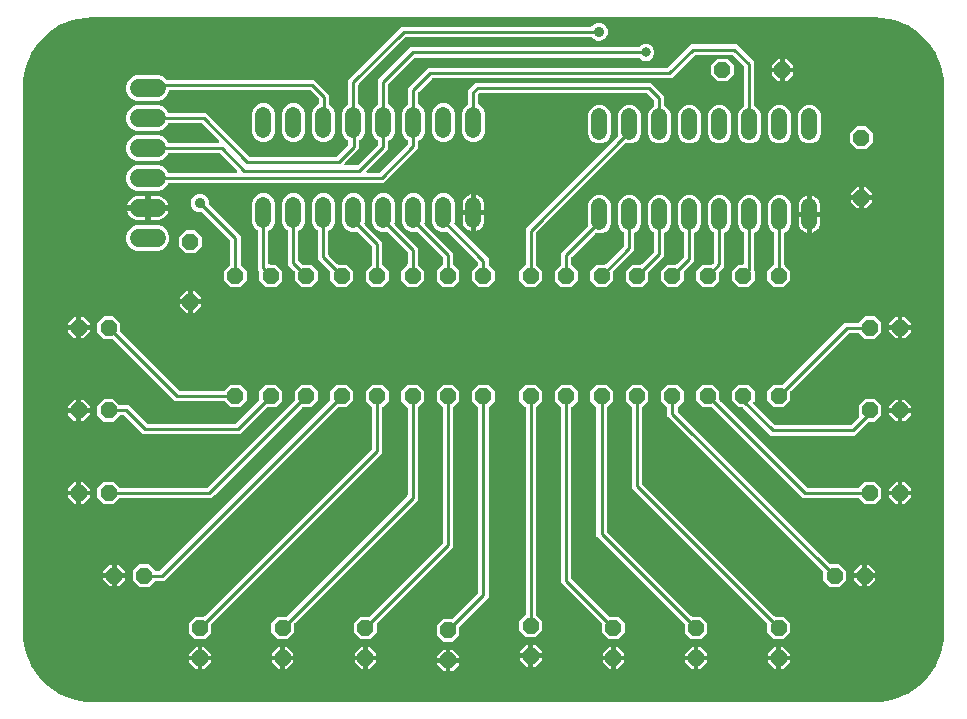
<source format=gbr>
G04 EAGLE Gerber RS-274X export*
G75*
%MOMM*%
%FSLAX34Y34*%
%LPD*%
%INTop Copper*%
%IPPOS*%
%AMOC8*
5,1,8,0,0,1.08239X$1,22.5*%
G01*
%ADD10C,1.320800*%
%ADD11C,1.524000*%
%ADD12P,1.429621X8X292.500000*%
%ADD13P,1.429621X8X22.500000*%
%ADD14P,1.429621X8X202.500000*%
%ADD15C,0.906400*%
%ADD16C,0.254000*%
%ADD17C,0.812800*%

G36*
X731733Y10163D02*
X731733Y10163D01*
X731778Y10162D01*
X737351Y10436D01*
X737364Y10438D01*
X737377Y10438D01*
X737536Y10459D01*
X748467Y12633D01*
X748509Y12647D01*
X748553Y12653D01*
X748705Y12705D01*
X759002Y16971D01*
X759041Y16993D01*
X759083Y17007D01*
X759222Y17088D01*
X768489Y23280D01*
X768522Y23309D01*
X768560Y23331D01*
X768681Y23438D01*
X776562Y31319D01*
X776589Y31354D01*
X776622Y31383D01*
X776720Y31511D01*
X782912Y40778D01*
X782932Y40818D01*
X782958Y40853D01*
X783029Y40998D01*
X787295Y51295D01*
X787306Y51337D01*
X787325Y51377D01*
X787367Y51533D01*
X789541Y62464D01*
X789542Y62477D01*
X789546Y62489D01*
X789564Y62649D01*
X789838Y68222D01*
X789836Y68239D01*
X789839Y68284D01*
X789839Y531716D01*
X789837Y531733D01*
X789838Y531778D01*
X789564Y537351D01*
X789562Y537364D01*
X789562Y537377D01*
X789541Y537536D01*
X787367Y548467D01*
X787353Y548509D01*
X787347Y548553D01*
X787295Y548705D01*
X783029Y559002D01*
X783023Y559014D01*
X783022Y559016D01*
X783016Y559027D01*
X783007Y559041D01*
X782993Y559083D01*
X782912Y559222D01*
X776720Y568489D01*
X776691Y568522D01*
X776669Y568560D01*
X776562Y568681D01*
X768681Y576562D01*
X768646Y576589D01*
X768617Y576622D01*
X768489Y576720D01*
X759222Y582912D01*
X759182Y582932D01*
X759147Y582958D01*
X759002Y583029D01*
X748705Y587295D01*
X748663Y587306D01*
X748623Y587325D01*
X748467Y587367D01*
X737536Y589541D01*
X737523Y589542D01*
X737511Y589546D01*
X737351Y589564D01*
X731778Y589838D01*
X731761Y589836D01*
X731716Y589839D01*
X68284Y589839D01*
X68267Y589837D01*
X68222Y589838D01*
X62649Y589564D01*
X62636Y589562D01*
X62623Y589562D01*
X62464Y589541D01*
X51533Y587367D01*
X51491Y587353D01*
X51447Y587347D01*
X51295Y587295D01*
X40998Y583029D01*
X40959Y583007D01*
X40917Y582993D01*
X40778Y582912D01*
X31511Y576720D01*
X31478Y576691D01*
X31440Y576669D01*
X31319Y576562D01*
X23438Y568681D01*
X23411Y568646D01*
X23378Y568617D01*
X23280Y568489D01*
X17088Y559222D01*
X17068Y559182D01*
X17042Y559147D01*
X16971Y559002D01*
X12705Y548705D01*
X12694Y548663D01*
X12675Y548623D01*
X12633Y548467D01*
X10459Y537536D01*
X10458Y537523D01*
X10454Y537511D01*
X10436Y537351D01*
X10162Y531778D01*
X10164Y531761D01*
X10161Y531716D01*
X10161Y68284D01*
X10163Y68267D01*
X10162Y68222D01*
X10436Y62649D01*
X10438Y62636D01*
X10438Y62623D01*
X10459Y62464D01*
X12633Y51533D01*
X12647Y51491D01*
X12653Y51447D01*
X12705Y51295D01*
X16971Y40998D01*
X16993Y40959D01*
X17007Y40917D01*
X17088Y40778D01*
X23280Y31511D01*
X23309Y31478D01*
X23331Y31440D01*
X23438Y31319D01*
X31319Y23438D01*
X31354Y23411D01*
X31383Y23378D01*
X31511Y23280D01*
X40778Y17088D01*
X40818Y17068D01*
X40853Y17042D01*
X40998Y16971D01*
X51295Y12705D01*
X51337Y12694D01*
X51377Y12675D01*
X51533Y12633D01*
X62464Y10459D01*
X62477Y10458D01*
X62489Y10454D01*
X62649Y10436D01*
X68222Y10162D01*
X68239Y10164D01*
X68284Y10161D01*
X731716Y10161D01*
X731733Y10163D01*
G37*
%LPC*%
G36*
X105958Y443031D02*
X105958Y443031D01*
X102037Y444655D01*
X99035Y447657D01*
X97411Y451578D01*
X97411Y455822D01*
X99035Y459743D01*
X102037Y462745D01*
X105958Y464369D01*
X125442Y464369D01*
X129363Y462745D01*
X132365Y459743D01*
X132754Y458802D01*
X132769Y458777D01*
X132778Y458749D01*
X132847Y458639D01*
X132912Y458526D01*
X132932Y458505D01*
X132948Y458480D01*
X133043Y458391D01*
X133133Y458298D01*
X133158Y458282D01*
X133180Y458262D01*
X133294Y458199D01*
X133404Y458131D01*
X133432Y458123D01*
X133458Y458108D01*
X133584Y458076D01*
X133708Y458038D01*
X133738Y458036D01*
X133766Y458029D01*
X133927Y458019D01*
X190309Y458019D01*
X190447Y458036D01*
X190586Y458049D01*
X190605Y458056D01*
X190625Y458059D01*
X190754Y458110D01*
X190885Y458157D01*
X190902Y458168D01*
X190921Y458176D01*
X191033Y458257D01*
X191148Y458335D01*
X191162Y458351D01*
X191178Y458362D01*
X191267Y458470D01*
X191359Y458574D01*
X191368Y458592D01*
X191381Y458607D01*
X191440Y458733D01*
X191503Y458857D01*
X191508Y458877D01*
X191516Y458895D01*
X191542Y459031D01*
X191573Y459167D01*
X191572Y459188D01*
X191576Y459207D01*
X191567Y459346D01*
X191563Y459485D01*
X191558Y459505D01*
X191556Y459525D01*
X191514Y459657D01*
X191475Y459791D01*
X191465Y459808D01*
X191458Y459827D01*
X191384Y459945D01*
X191313Y460065D01*
X191295Y460086D01*
X191288Y460096D01*
X191273Y460110D01*
X191207Y460185D01*
X176983Y474410D01*
X176905Y474470D01*
X176832Y474538D01*
X176779Y474567D01*
X176732Y474604D01*
X176641Y474644D01*
X176554Y474692D01*
X176495Y474707D01*
X176440Y474731D01*
X176342Y474746D01*
X176246Y474771D01*
X176146Y474777D01*
X176126Y474781D01*
X176113Y474779D01*
X176085Y474781D01*
X133927Y474781D01*
X133898Y474778D01*
X133868Y474780D01*
X133740Y474758D01*
X133611Y474741D01*
X133584Y474731D01*
X133555Y474726D01*
X133436Y474672D01*
X133316Y474624D01*
X133292Y474607D01*
X133265Y474595D01*
X133163Y474514D01*
X133058Y474438D01*
X133040Y474415D01*
X133016Y474396D01*
X132938Y474293D01*
X132856Y474193D01*
X132843Y474166D01*
X132825Y474142D01*
X132754Y473998D01*
X132365Y473057D01*
X129363Y470055D01*
X125442Y468431D01*
X105958Y468431D01*
X102037Y470055D01*
X99035Y473057D01*
X97411Y476978D01*
X97411Y481222D01*
X99035Y485143D01*
X102037Y488145D01*
X105958Y489769D01*
X125442Y489769D01*
X129363Y488145D01*
X132365Y485143D01*
X132754Y484202D01*
X132769Y484177D01*
X132778Y484149D01*
X132847Y484039D01*
X132912Y483926D01*
X132932Y483905D01*
X132948Y483880D01*
X133043Y483791D01*
X133133Y483698D01*
X133158Y483682D01*
X133180Y483662D01*
X133294Y483599D01*
X133404Y483531D01*
X133432Y483523D01*
X133458Y483508D01*
X133584Y483476D01*
X133708Y483438D01*
X133738Y483436D01*
X133766Y483429D01*
X133927Y483419D01*
X174909Y483419D01*
X175047Y483436D01*
X175186Y483449D01*
X175205Y483456D01*
X175225Y483459D01*
X175354Y483510D01*
X175485Y483557D01*
X175502Y483568D01*
X175521Y483576D01*
X175633Y483657D01*
X175748Y483735D01*
X175762Y483751D01*
X175778Y483762D01*
X175867Y483870D01*
X175959Y483974D01*
X175968Y483992D01*
X175981Y484007D01*
X176040Y484133D01*
X176103Y484257D01*
X176108Y484277D01*
X176116Y484295D01*
X176142Y484431D01*
X176173Y484567D01*
X176172Y484588D01*
X176176Y484607D01*
X176167Y484746D01*
X176163Y484885D01*
X176158Y484905D01*
X176156Y484925D01*
X176114Y485057D01*
X176075Y485191D01*
X176065Y485208D01*
X176058Y485227D01*
X175984Y485345D01*
X175913Y485465D01*
X175895Y485486D01*
X175888Y485496D01*
X175873Y485510D01*
X175807Y485585D01*
X161583Y499810D01*
X161505Y499870D01*
X161432Y499938D01*
X161379Y499967D01*
X161332Y500004D01*
X161241Y500044D01*
X161154Y500092D01*
X161095Y500107D01*
X161040Y500131D01*
X160942Y500146D01*
X160846Y500171D01*
X160746Y500177D01*
X160726Y500181D01*
X160713Y500179D01*
X160685Y500181D01*
X133927Y500181D01*
X133898Y500178D01*
X133868Y500180D01*
X133740Y500158D01*
X133611Y500141D01*
X133584Y500131D01*
X133555Y500126D01*
X133436Y500072D01*
X133316Y500024D01*
X133292Y500007D01*
X133265Y499995D01*
X133163Y499914D01*
X133058Y499838D01*
X133040Y499815D01*
X133016Y499796D01*
X132938Y499693D01*
X132856Y499593D01*
X132843Y499566D01*
X132825Y499542D01*
X132754Y499398D01*
X132365Y498457D01*
X129363Y495455D01*
X125442Y493831D01*
X105958Y493831D01*
X102037Y495455D01*
X99035Y498457D01*
X97411Y502378D01*
X97411Y506622D01*
X99035Y510543D01*
X102037Y513545D01*
X105958Y515169D01*
X125442Y515169D01*
X129363Y513545D01*
X132365Y510543D01*
X132754Y509602D01*
X132769Y509577D01*
X132778Y509549D01*
X132847Y509439D01*
X132912Y509326D01*
X132932Y509305D01*
X132948Y509280D01*
X133043Y509191D01*
X133133Y509098D01*
X133158Y509082D01*
X133180Y509062D01*
X133294Y508999D01*
X133404Y508931D01*
X133432Y508923D01*
X133458Y508908D01*
X133584Y508876D01*
X133708Y508838D01*
X133738Y508836D01*
X133766Y508829D01*
X133927Y508819D01*
X164789Y508819D01*
X201417Y472190D01*
X201495Y472130D01*
X201568Y472062D01*
X201621Y472033D01*
X201668Y471996D01*
X201759Y471956D01*
X201846Y471908D01*
X201905Y471893D01*
X201960Y471869D01*
X202058Y471854D01*
X202154Y471829D01*
X202254Y471823D01*
X202274Y471819D01*
X202287Y471821D01*
X202315Y471819D01*
X275185Y471819D01*
X275284Y471831D01*
X275383Y471834D01*
X275441Y471851D01*
X275501Y471859D01*
X275593Y471895D01*
X275688Y471923D01*
X275740Y471953D01*
X275797Y471976D01*
X275877Y472034D01*
X275962Y472084D01*
X276037Y472150D01*
X276054Y472162D01*
X276062Y472172D01*
X276083Y472190D01*
X285310Y481417D01*
X285370Y481495D01*
X285438Y481568D01*
X285467Y481621D01*
X285482Y481640D01*
X285483Y481641D01*
X285484Y481641D01*
X285504Y481668D01*
X285544Y481759D01*
X285592Y481846D01*
X285606Y481901D01*
X285619Y481929D01*
X285620Y481936D01*
X285631Y481960D01*
X285646Y482058D01*
X285671Y482154D01*
X285676Y482225D01*
X285679Y482241D01*
X285678Y482256D01*
X285681Y482274D01*
X285679Y482287D01*
X285681Y482315D01*
X285681Y484446D01*
X285678Y484475D01*
X285680Y484505D01*
X285658Y484633D01*
X285641Y484761D01*
X285631Y484789D01*
X285626Y484818D01*
X285572Y484937D01*
X285524Y485057D01*
X285507Y485081D01*
X285495Y485108D01*
X285414Y485210D01*
X285338Y485314D01*
X285315Y485333D01*
X285296Y485356D01*
X285193Y485434D01*
X285093Y485517D01*
X285066Y485530D01*
X285042Y485548D01*
X284898Y485619D01*
X284332Y485853D01*
X281617Y488568D01*
X280147Y492116D01*
X280147Y509164D01*
X281617Y512712D01*
X284332Y515427D01*
X284698Y515579D01*
X284723Y515593D01*
X284751Y515602D01*
X284861Y515672D01*
X284974Y515736D01*
X284995Y515757D01*
X285020Y515772D01*
X285109Y515867D01*
X285202Y515957D01*
X285218Y515983D01*
X285238Y516004D01*
X285301Y516118D01*
X285369Y516229D01*
X285377Y516257D01*
X285392Y516283D01*
X285424Y516408D01*
X285462Y516532D01*
X285464Y516562D01*
X285471Y516591D01*
X285481Y516751D01*
X285481Y536589D01*
X330711Y581819D01*
X490572Y581819D01*
X490670Y581831D01*
X490769Y581834D01*
X490828Y581851D01*
X490888Y581859D01*
X490980Y581895D01*
X491075Y581923D01*
X491127Y581953D01*
X491183Y581976D01*
X491263Y582034D01*
X491349Y582084D01*
X491424Y582150D01*
X491441Y582162D01*
X491449Y582172D01*
X491470Y582190D01*
X493206Y583927D01*
X495992Y585081D01*
X499008Y585081D01*
X501794Y583927D01*
X503927Y581794D01*
X505081Y579008D01*
X505081Y575992D01*
X503927Y573206D01*
X501794Y571073D01*
X499008Y569919D01*
X495992Y569919D01*
X493206Y571073D01*
X491470Y572810D01*
X491391Y572870D01*
X491319Y572938D01*
X491266Y572967D01*
X491218Y573004D01*
X491127Y573044D01*
X491041Y573092D01*
X490982Y573107D01*
X490927Y573131D01*
X490829Y573146D01*
X490733Y573171D01*
X490633Y573177D01*
X490612Y573181D01*
X490600Y573179D01*
X490572Y573181D01*
X334815Y573181D01*
X334716Y573169D01*
X334617Y573166D01*
X334559Y573149D01*
X334499Y573141D01*
X334407Y573105D01*
X334312Y573077D01*
X334260Y573047D01*
X334203Y573024D01*
X334123Y572966D01*
X334038Y572916D01*
X333963Y572850D01*
X333946Y572838D01*
X333938Y572828D01*
X333917Y572810D01*
X294490Y533383D01*
X294430Y533305D01*
X294362Y533232D01*
X294333Y533179D01*
X294296Y533132D01*
X294256Y533041D01*
X294208Y532954D01*
X294193Y532895D01*
X294169Y532840D01*
X294154Y532742D01*
X294129Y532646D01*
X294123Y532546D01*
X294119Y532526D01*
X294121Y532513D01*
X294119Y532485D01*
X294119Y516751D01*
X294122Y516722D01*
X294120Y516692D01*
X294142Y516565D01*
X294159Y516436D01*
X294169Y516408D01*
X294174Y516379D01*
X294228Y516260D01*
X294276Y516140D01*
X294293Y516116D01*
X294305Y516089D01*
X294386Y515988D01*
X294462Y515883D01*
X294485Y515864D01*
X294504Y515841D01*
X294607Y515763D01*
X294707Y515680D01*
X294734Y515667D01*
X294758Y515650D01*
X294902Y515579D01*
X295268Y515427D01*
X297983Y512712D01*
X299453Y509164D01*
X299453Y492116D01*
X297983Y488568D01*
X295268Y485853D01*
X295102Y485784D01*
X295077Y485770D01*
X295049Y485761D01*
X294939Y485691D01*
X294826Y485627D01*
X294805Y485606D01*
X294780Y485590D01*
X294691Y485496D01*
X294598Y485405D01*
X294582Y485380D01*
X294562Y485359D01*
X294499Y485245D01*
X294431Y485134D01*
X294423Y485106D01*
X294408Y485080D01*
X294376Y484955D01*
X294338Y484830D01*
X294336Y484801D01*
X294329Y484772D01*
X294319Y484612D01*
X294319Y478211D01*
X291417Y475310D01*
X282593Y466485D01*
X282508Y466376D01*
X282419Y466269D01*
X282411Y466250D01*
X282398Y466234D01*
X282343Y466106D01*
X282284Y465981D01*
X282280Y465961D01*
X282272Y465942D01*
X282250Y465804D01*
X282224Y465668D01*
X282225Y465648D01*
X282222Y465628D01*
X282235Y465489D01*
X282244Y465351D01*
X282250Y465332D01*
X282252Y465312D01*
X282299Y465180D01*
X282342Y465049D01*
X282352Y465031D01*
X282359Y465012D01*
X282437Y464897D01*
X282512Y464780D01*
X282527Y464766D01*
X282538Y464749D01*
X282642Y464657D01*
X282743Y464562D01*
X282761Y464552D01*
X282776Y464539D01*
X282900Y464475D01*
X283022Y464408D01*
X283042Y464403D01*
X283060Y464394D01*
X283195Y464364D01*
X283330Y464329D01*
X283358Y464327D01*
X283370Y464324D01*
X283390Y464325D01*
X283491Y464319D01*
X292685Y464319D01*
X292784Y464331D01*
X292883Y464334D01*
X292941Y464351D01*
X293001Y464359D01*
X293093Y464395D01*
X293188Y464423D01*
X293240Y464453D01*
X293297Y464476D01*
X293377Y464534D01*
X293462Y464584D01*
X293537Y464650D01*
X293554Y464662D01*
X293562Y464672D01*
X293583Y464690D01*
X310510Y481617D01*
X310570Y481695D01*
X310638Y481768D01*
X310667Y481821D01*
X310704Y481868D01*
X310744Y481959D01*
X310792Y482046D01*
X310807Y482105D01*
X310831Y482160D01*
X310846Y482258D01*
X310871Y482354D01*
X310877Y482454D01*
X310881Y482474D01*
X310879Y482487D01*
X310881Y482515D01*
X310881Y484529D01*
X310878Y484558D01*
X310880Y484588D01*
X310858Y484715D01*
X310841Y484844D01*
X310831Y484872D01*
X310826Y484901D01*
X310772Y485020D01*
X310724Y485140D01*
X310707Y485164D01*
X310695Y485191D01*
X310614Y485292D01*
X310538Y485397D01*
X310515Y485416D01*
X310496Y485439D01*
X310393Y485517D01*
X310293Y485600D01*
X310266Y485613D01*
X310242Y485630D01*
X310098Y485701D01*
X309732Y485853D01*
X307017Y488568D01*
X305547Y492116D01*
X305547Y509164D01*
X307017Y512712D01*
X309732Y515427D01*
X310098Y515579D01*
X310123Y515593D01*
X310151Y515602D01*
X310261Y515672D01*
X310374Y515736D01*
X310395Y515757D01*
X310420Y515772D01*
X310509Y515867D01*
X310602Y515957D01*
X310618Y515983D01*
X310638Y516004D01*
X310701Y516118D01*
X310769Y516229D01*
X310777Y516257D01*
X310792Y516283D01*
X310824Y516408D01*
X310862Y516532D01*
X310864Y516562D01*
X310871Y516591D01*
X310881Y516751D01*
X310881Y536989D01*
X338211Y564319D01*
X531234Y564319D01*
X531332Y564331D01*
X531431Y564334D01*
X531490Y564351D01*
X531550Y564359D01*
X531642Y564395D01*
X531737Y564423D01*
X531789Y564453D01*
X531845Y564476D01*
X531925Y564534D01*
X532011Y564584D01*
X532086Y564650D01*
X532103Y564662D01*
X532110Y564672D01*
X532132Y564690D01*
X533471Y566030D01*
X536085Y567113D01*
X538915Y567113D01*
X541529Y566030D01*
X543530Y564029D01*
X544613Y561415D01*
X544613Y558585D01*
X543530Y555971D01*
X541529Y553970D01*
X538915Y552887D01*
X536085Y552887D01*
X533471Y553970D01*
X532132Y555310D01*
X532053Y555370D01*
X531981Y555438D01*
X531928Y555467D01*
X531880Y555504D01*
X531789Y555544D01*
X531703Y555592D01*
X531644Y555607D01*
X531588Y555631D01*
X531490Y555646D01*
X531395Y555671D01*
X531295Y555677D01*
X531274Y555681D01*
X531262Y555679D01*
X531234Y555681D01*
X342315Y555681D01*
X342216Y555669D01*
X342117Y555666D01*
X342059Y555649D01*
X341999Y555641D01*
X341907Y555605D01*
X341812Y555577D01*
X341760Y555547D01*
X341703Y555524D01*
X341623Y555466D01*
X341538Y555416D01*
X341463Y555350D01*
X341446Y555338D01*
X341438Y555328D01*
X341417Y555310D01*
X319890Y533783D01*
X319830Y533705D01*
X319762Y533632D01*
X319733Y533579D01*
X319696Y533532D01*
X319656Y533441D01*
X319608Y533354D01*
X319593Y533295D01*
X319569Y533240D01*
X319554Y533142D01*
X319529Y533046D01*
X319523Y532946D01*
X319519Y532926D01*
X319521Y532913D01*
X319519Y532885D01*
X319519Y516751D01*
X319522Y516722D01*
X319520Y516692D01*
X319542Y516565D01*
X319559Y516436D01*
X319569Y516408D01*
X319574Y516379D01*
X319628Y516260D01*
X319676Y516140D01*
X319693Y516116D01*
X319705Y516089D01*
X319786Y515988D01*
X319862Y515883D01*
X319885Y515864D01*
X319904Y515841D01*
X320007Y515763D01*
X320107Y515680D01*
X320134Y515667D01*
X320158Y515650D01*
X320302Y515579D01*
X320668Y515427D01*
X323383Y512712D01*
X324853Y509164D01*
X324853Y492116D01*
X323383Y488568D01*
X320668Y485853D01*
X320302Y485701D01*
X320277Y485687D01*
X320249Y485678D01*
X320139Y485608D01*
X320026Y485544D01*
X320005Y485523D01*
X319980Y485508D01*
X319891Y485413D01*
X319798Y485323D01*
X319782Y485297D01*
X319762Y485276D01*
X319699Y485162D01*
X319631Y485051D01*
X319623Y485023D01*
X319608Y484997D01*
X319576Y484872D01*
X319538Y484748D01*
X319536Y484718D01*
X319529Y484689D01*
X319519Y484529D01*
X319519Y478411D01*
X301293Y460185D01*
X301208Y460076D01*
X301119Y459969D01*
X301111Y459950D01*
X301098Y459934D01*
X301043Y459806D01*
X300984Y459681D01*
X300980Y459661D01*
X300972Y459642D01*
X300950Y459504D01*
X300924Y459368D01*
X300925Y459348D01*
X300922Y459328D01*
X300935Y459189D01*
X300944Y459051D01*
X300950Y459032D01*
X300952Y459012D01*
X300999Y458880D01*
X301042Y458749D01*
X301052Y458731D01*
X301059Y458712D01*
X301137Y458597D01*
X301212Y458480D01*
X301227Y458466D01*
X301238Y458449D01*
X301342Y458357D01*
X301443Y458262D01*
X301461Y458252D01*
X301476Y458239D01*
X301600Y458175D01*
X301722Y458108D01*
X301742Y458103D01*
X301760Y458094D01*
X301895Y458064D01*
X302030Y458029D01*
X302058Y458027D01*
X302070Y458024D01*
X302090Y458025D01*
X302191Y458019D01*
X311385Y458019D01*
X311484Y458031D01*
X311583Y458034D01*
X311641Y458051D01*
X311701Y458059D01*
X311793Y458095D01*
X311888Y458123D01*
X311940Y458153D01*
X311997Y458176D01*
X312077Y458234D01*
X312162Y458284D01*
X312237Y458350D01*
X312254Y458362D01*
X312262Y458372D01*
X312283Y458390D01*
X335910Y482017D01*
X335970Y482095D01*
X336038Y482168D01*
X336067Y482221D01*
X336104Y482268D01*
X336144Y482359D01*
X336192Y482446D01*
X336207Y482505D01*
X336231Y482560D01*
X336246Y482658D01*
X336271Y482754D01*
X336277Y482854D01*
X336281Y482874D01*
X336279Y482887D01*
X336281Y482915D01*
X336281Y484529D01*
X336278Y484558D01*
X336280Y484588D01*
X336258Y484715D01*
X336241Y484844D01*
X336231Y484872D01*
X336226Y484901D01*
X336172Y485020D01*
X336124Y485140D01*
X336107Y485164D01*
X336095Y485191D01*
X336014Y485292D01*
X335938Y485397D01*
X335915Y485416D01*
X335896Y485439D01*
X335793Y485517D01*
X335693Y485600D01*
X335666Y485613D01*
X335642Y485630D01*
X335498Y485701D01*
X335132Y485853D01*
X332417Y488568D01*
X330947Y492116D01*
X330947Y509164D01*
X332417Y512712D01*
X335132Y515427D01*
X335498Y515579D01*
X335523Y515593D01*
X335551Y515602D01*
X335661Y515672D01*
X335774Y515736D01*
X335795Y515757D01*
X335820Y515772D01*
X335909Y515867D01*
X336002Y515957D01*
X336018Y515983D01*
X336038Y516004D01*
X336101Y516118D01*
X336169Y516229D01*
X336177Y516257D01*
X336192Y516283D01*
X336224Y516408D01*
X336262Y516532D01*
X336264Y516562D01*
X336271Y516591D01*
X336281Y516751D01*
X336281Y529889D01*
X350310Y543917D01*
X353211Y546819D01*
X555185Y546819D01*
X555284Y546831D01*
X555383Y546834D01*
X555441Y546851D01*
X555501Y546859D01*
X555593Y546895D01*
X555688Y546923D01*
X555740Y546953D01*
X555797Y546976D01*
X555877Y547034D01*
X555962Y547084D01*
X556037Y547150D01*
X556054Y547162D01*
X556062Y547172D01*
X556083Y547190D01*
X575711Y566819D01*
X614289Y566819D01*
X629419Y551689D01*
X629419Y515311D01*
X629422Y515282D01*
X629420Y515252D01*
X629437Y515158D01*
X629441Y515085D01*
X629451Y515054D01*
X629459Y514996D01*
X629469Y514968D01*
X629474Y514939D01*
X629524Y514829D01*
X629539Y514783D01*
X629549Y514767D01*
X629576Y514700D01*
X629593Y514676D01*
X629605Y514649D01*
X629686Y514548D01*
X629700Y514529D01*
X629709Y514514D01*
X629714Y514510D01*
X629762Y514443D01*
X629785Y514424D01*
X629804Y514401D01*
X629907Y514323D01*
X630007Y514240D01*
X630034Y514227D01*
X630058Y514210D01*
X630202Y514139D01*
X630568Y513987D01*
X633283Y511272D01*
X634753Y507724D01*
X634753Y490676D01*
X633283Y487128D01*
X630568Y484413D01*
X627020Y482943D01*
X623180Y482943D01*
X619632Y484413D01*
X616917Y487128D01*
X615447Y490676D01*
X615447Y507724D01*
X616917Y511272D01*
X619632Y513987D01*
X619998Y514139D01*
X620023Y514153D01*
X620051Y514162D01*
X620161Y514232D01*
X620274Y514296D01*
X620295Y514317D01*
X620320Y514332D01*
X620409Y514427D01*
X620502Y514517D01*
X620518Y514543D01*
X620538Y514564D01*
X620576Y514632D01*
X620583Y514642D01*
X620598Y514674D01*
X620601Y514678D01*
X620669Y514789D01*
X620677Y514817D01*
X620692Y514843D01*
X620708Y514906D01*
X620719Y514929D01*
X620730Y514988D01*
X620762Y515092D01*
X620764Y515122D01*
X620771Y515151D01*
X620776Y515227D01*
X620779Y515242D01*
X620778Y515256D01*
X620781Y515311D01*
X620781Y547585D01*
X620769Y547684D01*
X620766Y547783D01*
X620749Y547841D01*
X620741Y547901D01*
X620705Y547993D01*
X620677Y548088D01*
X620647Y548140D01*
X620624Y548197D01*
X620566Y548277D01*
X620516Y548362D01*
X620450Y548437D01*
X620438Y548454D01*
X620428Y548462D01*
X620410Y548483D01*
X611083Y557810D01*
X611005Y557870D01*
X610932Y557938D01*
X610879Y557967D01*
X610832Y558004D01*
X610741Y558044D01*
X610654Y558092D01*
X610595Y558107D01*
X610540Y558131D01*
X610442Y558146D01*
X610346Y558171D01*
X610246Y558177D01*
X610226Y558181D01*
X610213Y558179D01*
X610185Y558181D01*
X579815Y558181D01*
X579716Y558169D01*
X579617Y558166D01*
X579559Y558149D01*
X579499Y558141D01*
X579407Y558105D01*
X579312Y558077D01*
X579260Y558047D01*
X579203Y558024D01*
X579123Y557966D01*
X579038Y557916D01*
X578963Y557850D01*
X578946Y557838D01*
X578938Y557828D01*
X578917Y557810D01*
X559289Y538181D01*
X357315Y538181D01*
X357216Y538169D01*
X357117Y538166D01*
X357059Y538149D01*
X356999Y538141D01*
X356907Y538105D01*
X356812Y538077D01*
X356760Y538047D01*
X356703Y538024D01*
X356623Y537966D01*
X356538Y537916D01*
X356463Y537850D01*
X356446Y537838D01*
X356439Y537829D01*
X356434Y537825D01*
X356430Y537821D01*
X356417Y537810D01*
X345290Y526683D01*
X345230Y526605D01*
X345162Y526532D01*
X345133Y526479D01*
X345096Y526432D01*
X345056Y526341D01*
X345008Y526254D01*
X344993Y526195D01*
X344969Y526140D01*
X344954Y526042D01*
X344929Y525946D01*
X344923Y525846D01*
X344919Y525826D01*
X344921Y525813D01*
X344919Y525785D01*
X344919Y516751D01*
X344922Y516722D01*
X344920Y516692D01*
X344942Y516565D01*
X344959Y516436D01*
X344969Y516408D01*
X344974Y516379D01*
X345028Y516260D01*
X345076Y516140D01*
X345093Y516116D01*
X345105Y516089D01*
X345186Y515988D01*
X345262Y515883D01*
X345285Y515864D01*
X345304Y515841D01*
X345407Y515763D01*
X345507Y515680D01*
X345534Y515667D01*
X345558Y515650D01*
X345702Y515579D01*
X346068Y515427D01*
X348783Y512712D01*
X350253Y509164D01*
X350253Y492116D01*
X348783Y488568D01*
X346068Y485853D01*
X345702Y485701D01*
X345677Y485687D01*
X345649Y485678D01*
X345539Y485608D01*
X345426Y485544D01*
X345405Y485523D01*
X345380Y485508D01*
X345291Y485413D01*
X345198Y485323D01*
X345182Y485297D01*
X345162Y485276D01*
X345099Y485162D01*
X345031Y485051D01*
X345023Y485023D01*
X345008Y484997D01*
X344976Y484872D01*
X344938Y484748D01*
X344936Y484718D01*
X344929Y484689D01*
X344919Y484529D01*
X344919Y478811D01*
X315489Y449381D01*
X133927Y449381D01*
X133898Y449378D01*
X133868Y449380D01*
X133740Y449358D01*
X133611Y449341D01*
X133584Y449331D01*
X133555Y449326D01*
X133436Y449272D01*
X133316Y449224D01*
X133292Y449207D01*
X133265Y449195D01*
X133163Y449114D01*
X133058Y449038D01*
X133040Y449015D01*
X133016Y448996D01*
X132938Y448893D01*
X132856Y448793D01*
X132843Y448766D01*
X132825Y448742D01*
X132754Y448598D01*
X132365Y447657D01*
X129363Y444655D01*
X125442Y443031D01*
X105958Y443031D01*
G37*
%LPD*%
%LPC*%
G36*
X156002Y63047D02*
X156002Y63047D01*
X150347Y68702D01*
X150347Y76698D01*
X156002Y82353D01*
X163019Y82353D01*
X163118Y82365D01*
X163217Y82368D01*
X163275Y82385D01*
X163335Y82393D01*
X163427Y82429D01*
X163522Y82457D01*
X163574Y82487D01*
X163631Y82510D01*
X163711Y82568D01*
X163796Y82618D01*
X163871Y82684D01*
X163888Y82696D01*
X163896Y82706D01*
X163917Y82724D01*
X305310Y224117D01*
X305370Y224195D01*
X305438Y224268D01*
X305467Y224321D01*
X305504Y224368D01*
X305544Y224459D01*
X305592Y224546D01*
X305607Y224605D01*
X305631Y224660D01*
X305646Y224758D01*
X305671Y224854D01*
X305677Y224954D01*
X305681Y224974D01*
X305679Y224987D01*
X305681Y225015D01*
X305681Y259342D01*
X305669Y259440D01*
X305666Y259539D01*
X305649Y259597D01*
X305641Y259658D01*
X305605Y259750D01*
X305577Y259845D01*
X305547Y259897D01*
X305524Y259953D01*
X305466Y260033D01*
X305416Y260119D01*
X305350Y260194D01*
X305338Y260211D01*
X305328Y260218D01*
X305310Y260240D01*
X300347Y265202D01*
X300347Y273198D01*
X306002Y278853D01*
X313998Y278853D01*
X319653Y273198D01*
X319653Y265202D01*
X314690Y260240D01*
X314630Y260161D01*
X314562Y260089D01*
X314533Y260036D01*
X314496Y259988D01*
X314456Y259897D01*
X314408Y259811D01*
X314393Y259752D01*
X314369Y259696D01*
X314354Y259598D01*
X314329Y259503D01*
X314323Y259403D01*
X314319Y259382D01*
X314321Y259370D01*
X314319Y259342D01*
X314319Y220911D01*
X170024Y76617D01*
X169964Y76539D01*
X169896Y76466D01*
X169867Y76413D01*
X169830Y76366D01*
X169790Y76275D01*
X169742Y76188D01*
X169727Y76129D01*
X169703Y76074D01*
X169688Y75976D01*
X169663Y75880D01*
X169657Y75780D01*
X169653Y75760D01*
X169655Y75747D01*
X169653Y75719D01*
X169653Y68702D01*
X163998Y63047D01*
X156002Y63047D01*
G37*
%LPD*%
%LPC*%
G36*
X546980Y482943D02*
X546980Y482943D01*
X543432Y484413D01*
X540717Y487128D01*
X539247Y490676D01*
X539247Y507724D01*
X540717Y511272D01*
X543432Y513987D01*
X543798Y514139D01*
X543823Y514153D01*
X543851Y514162D01*
X543961Y514232D01*
X544074Y514296D01*
X544095Y514317D01*
X544120Y514332D01*
X544209Y514427D01*
X544302Y514517D01*
X544318Y514543D01*
X544338Y514564D01*
X544376Y514632D01*
X544383Y514642D01*
X544398Y514674D01*
X544401Y514678D01*
X544469Y514789D01*
X544477Y514817D01*
X544492Y514843D01*
X544508Y514906D01*
X544519Y514929D01*
X544530Y514988D01*
X544562Y515092D01*
X544564Y515122D01*
X544571Y515151D01*
X544576Y515227D01*
X544579Y515242D01*
X544578Y515256D01*
X544581Y515311D01*
X544581Y518785D01*
X544569Y518884D01*
X544566Y518983D01*
X544549Y519041D01*
X544541Y519101D01*
X544505Y519193D01*
X544477Y519288D01*
X544447Y519340D01*
X544424Y519397D01*
X544366Y519477D01*
X544316Y519562D01*
X544250Y519637D01*
X544238Y519654D01*
X544228Y519662D01*
X544210Y519683D01*
X538583Y525310D01*
X538505Y525370D01*
X538432Y525438D01*
X538379Y525467D01*
X538332Y525504D01*
X538241Y525544D01*
X538154Y525592D01*
X538095Y525607D01*
X538040Y525631D01*
X537942Y525646D01*
X537846Y525671D01*
X537746Y525677D01*
X537726Y525681D01*
X537713Y525679D01*
X537685Y525681D01*
X397315Y525681D01*
X397216Y525669D01*
X397117Y525666D01*
X397059Y525649D01*
X396999Y525641D01*
X396907Y525605D01*
X396812Y525577D01*
X396760Y525547D01*
X396703Y525524D01*
X396623Y525466D01*
X396538Y525416D01*
X396463Y525350D01*
X396446Y525338D01*
X396438Y525328D01*
X396417Y525309D01*
X396090Y524983D01*
X396030Y524905D01*
X395962Y524832D01*
X395933Y524779D01*
X395896Y524732D01*
X395856Y524641D01*
X395808Y524554D01*
X395793Y524495D01*
X395769Y524440D01*
X395754Y524342D01*
X395729Y524246D01*
X395723Y524146D01*
X395719Y524126D01*
X395721Y524113D01*
X395719Y524085D01*
X395719Y516751D01*
X395722Y516722D01*
X395720Y516692D01*
X395742Y516565D01*
X395759Y516436D01*
X395769Y516408D01*
X395774Y516379D01*
X395828Y516260D01*
X395876Y516140D01*
X395893Y516116D01*
X395905Y516089D01*
X395986Y515988D01*
X396062Y515883D01*
X396085Y515864D01*
X396104Y515841D01*
X396207Y515763D01*
X396307Y515680D01*
X396334Y515667D01*
X396358Y515650D01*
X396502Y515579D01*
X396868Y515427D01*
X399583Y512712D01*
X401053Y509164D01*
X401053Y492116D01*
X399583Y488568D01*
X396868Y485853D01*
X393320Y484383D01*
X389480Y484383D01*
X385932Y485853D01*
X383217Y488568D01*
X381747Y492116D01*
X381747Y509164D01*
X383217Y512712D01*
X385932Y515427D01*
X386298Y515579D01*
X386323Y515593D01*
X386351Y515602D01*
X386461Y515672D01*
X386574Y515736D01*
X386595Y515757D01*
X386620Y515772D01*
X386709Y515867D01*
X386802Y515957D01*
X386818Y515983D01*
X386838Y516004D01*
X386901Y516118D01*
X386969Y516229D01*
X386977Y516257D01*
X386992Y516283D01*
X387024Y516408D01*
X387062Y516532D01*
X387064Y516562D01*
X387071Y516591D01*
X387081Y516751D01*
X387081Y528189D01*
X390310Y531417D01*
X393211Y534319D01*
X541789Y534319D01*
X553219Y522889D01*
X553219Y515311D01*
X553222Y515282D01*
X553220Y515252D01*
X553237Y515158D01*
X553241Y515085D01*
X553251Y515054D01*
X553259Y514996D01*
X553269Y514968D01*
X553274Y514939D01*
X553324Y514829D01*
X553339Y514783D01*
X553349Y514767D01*
X553376Y514700D01*
X553393Y514676D01*
X553405Y514649D01*
X553486Y514548D01*
X553500Y514529D01*
X553509Y514514D01*
X553514Y514510D01*
X553562Y514443D01*
X553585Y514424D01*
X553604Y514401D01*
X553707Y514323D01*
X553807Y514240D01*
X553834Y514227D01*
X553858Y514210D01*
X554002Y514139D01*
X554368Y513987D01*
X557083Y511272D01*
X558553Y507724D01*
X558553Y490676D01*
X557083Y487128D01*
X554368Y484413D01*
X550820Y482943D01*
X546980Y482943D01*
G37*
%LPD*%
%LPC*%
G36*
X646002Y63047D02*
X646002Y63047D01*
X640347Y68702D01*
X640347Y75719D01*
X640335Y75818D01*
X640332Y75917D01*
X640315Y75975D01*
X640307Y76035D01*
X640271Y76127D01*
X640243Y76222D01*
X640213Y76274D01*
X640190Y76331D01*
X640132Y76411D01*
X640082Y76496D01*
X640016Y76571D01*
X640004Y76588D01*
X639994Y76596D01*
X639976Y76617D01*
X525681Y190911D01*
X525681Y259342D01*
X525669Y259440D01*
X525666Y259539D01*
X525649Y259597D01*
X525641Y259658D01*
X525605Y259750D01*
X525577Y259845D01*
X525547Y259897D01*
X525524Y259953D01*
X525466Y260033D01*
X525416Y260119D01*
X525350Y260194D01*
X525338Y260211D01*
X525328Y260218D01*
X525310Y260240D01*
X520347Y265202D01*
X520347Y273198D01*
X526002Y278853D01*
X533998Y278853D01*
X539653Y273198D01*
X539653Y265202D01*
X534690Y260240D01*
X534630Y260161D01*
X534562Y260089D01*
X534533Y260036D01*
X534496Y259988D01*
X534456Y259897D01*
X534408Y259811D01*
X534393Y259752D01*
X534369Y259696D01*
X534354Y259598D01*
X534329Y259503D01*
X534323Y259403D01*
X534319Y259382D01*
X534321Y259370D01*
X534319Y259342D01*
X534319Y195015D01*
X534331Y194916D01*
X534334Y194817D01*
X534351Y194759D01*
X534359Y194699D01*
X534395Y194607D01*
X534423Y194512D01*
X534453Y194460D01*
X534476Y194403D01*
X534534Y194323D01*
X534584Y194238D01*
X534650Y194163D01*
X534662Y194146D01*
X534672Y194138D01*
X534690Y194117D01*
X646083Y82724D01*
X646161Y82664D01*
X646234Y82596D01*
X646287Y82567D01*
X646334Y82530D01*
X646425Y82490D01*
X646512Y82442D01*
X646571Y82427D01*
X646626Y82403D01*
X646724Y82388D01*
X646820Y82363D01*
X646920Y82357D01*
X646940Y82353D01*
X646953Y82355D01*
X646981Y82353D01*
X653998Y82353D01*
X659653Y76698D01*
X659653Y68702D01*
X653998Y63047D01*
X646002Y63047D01*
G37*
%LPD*%
%LPC*%
G36*
X226002Y63047D02*
X226002Y63047D01*
X220347Y68702D01*
X220347Y76698D01*
X226002Y82353D01*
X233019Y82353D01*
X233118Y82365D01*
X233217Y82368D01*
X233275Y82385D01*
X233335Y82393D01*
X233427Y82429D01*
X233522Y82457D01*
X233574Y82487D01*
X233631Y82510D01*
X233711Y82568D01*
X233796Y82618D01*
X233871Y82684D01*
X233888Y82696D01*
X233896Y82706D01*
X233917Y82724D01*
X335310Y184117D01*
X335370Y184195D01*
X335438Y184268D01*
X335467Y184321D01*
X335504Y184368D01*
X335544Y184459D01*
X335592Y184546D01*
X335607Y184605D01*
X335631Y184660D01*
X335646Y184758D01*
X335671Y184854D01*
X335677Y184954D01*
X335681Y184974D01*
X335679Y184987D01*
X335681Y185015D01*
X335681Y259342D01*
X335669Y259440D01*
X335666Y259539D01*
X335649Y259597D01*
X335641Y259658D01*
X335605Y259750D01*
X335577Y259845D01*
X335547Y259897D01*
X335524Y259953D01*
X335466Y260033D01*
X335416Y260119D01*
X335350Y260194D01*
X335338Y260211D01*
X335328Y260218D01*
X335310Y260240D01*
X330347Y265202D01*
X330347Y273198D01*
X336002Y278853D01*
X343998Y278853D01*
X349653Y273198D01*
X349653Y265202D01*
X344690Y260240D01*
X344630Y260161D01*
X344562Y260089D01*
X344533Y260036D01*
X344496Y259988D01*
X344456Y259897D01*
X344408Y259811D01*
X344393Y259752D01*
X344369Y259696D01*
X344354Y259598D01*
X344329Y259503D01*
X344323Y259403D01*
X344319Y259382D01*
X344321Y259370D01*
X344319Y259342D01*
X344319Y180911D01*
X240024Y76617D01*
X239964Y76539D01*
X239896Y76466D01*
X239867Y76413D01*
X239830Y76366D01*
X239790Y76275D01*
X239742Y76188D01*
X239727Y76129D01*
X239703Y76074D01*
X239688Y75976D01*
X239663Y75880D01*
X239657Y75780D01*
X239653Y75760D01*
X239655Y75747D01*
X239653Y75719D01*
X239653Y68702D01*
X233998Y63047D01*
X226002Y63047D01*
G37*
%LPD*%
%LPC*%
G36*
X262480Y484383D02*
X262480Y484383D01*
X258932Y485853D01*
X256217Y488568D01*
X254747Y492116D01*
X254747Y509164D01*
X256217Y512712D01*
X258932Y515427D01*
X259898Y515827D01*
X259923Y515842D01*
X259951Y515851D01*
X260061Y515920D01*
X260174Y515985D01*
X260195Y516005D01*
X260220Y516021D01*
X260309Y516116D01*
X260402Y516206D01*
X260418Y516231D01*
X260438Y516253D01*
X260501Y516366D01*
X260569Y516477D01*
X260577Y516505D01*
X260592Y516531D01*
X260624Y516657D01*
X260662Y516781D01*
X260664Y516811D01*
X260671Y516839D01*
X260681Y517000D01*
X260681Y520185D01*
X260669Y520284D01*
X260666Y520383D01*
X260649Y520441D01*
X260641Y520501D01*
X260605Y520593D01*
X260577Y520688D01*
X260547Y520740D01*
X260524Y520797D01*
X260466Y520877D01*
X260416Y520962D01*
X260350Y521037D01*
X260338Y521054D01*
X260328Y521062D01*
X260310Y521083D01*
X253583Y527810D01*
X253505Y527870D01*
X253432Y527938D01*
X253379Y527967D01*
X253332Y528004D01*
X253241Y528044D01*
X253154Y528092D01*
X253095Y528107D01*
X253040Y528131D01*
X252942Y528146D01*
X252846Y528171D01*
X252746Y528177D01*
X252726Y528181D01*
X252713Y528179D01*
X252685Y528181D01*
X135004Y528181D01*
X134975Y528178D01*
X134945Y528180D01*
X134817Y528158D01*
X134688Y528141D01*
X134661Y528131D01*
X134632Y528126D01*
X134513Y528072D01*
X134393Y528024D01*
X134369Y528007D01*
X134342Y527995D01*
X134240Y527914D01*
X134135Y527838D01*
X134117Y527815D01*
X134093Y527796D01*
X134015Y527693D01*
X133933Y527593D01*
X133920Y527566D01*
X133902Y527542D01*
X133831Y527398D01*
X132365Y523857D01*
X129363Y520855D01*
X125442Y519231D01*
X105958Y519231D01*
X102037Y520855D01*
X99035Y523857D01*
X97411Y527778D01*
X97411Y532022D01*
X99035Y535943D01*
X102037Y538945D01*
X105958Y540569D01*
X125442Y540569D01*
X129363Y538945D01*
X131117Y537190D01*
X131196Y537130D01*
X131268Y537062D01*
X131321Y537033D01*
X131369Y536996D01*
X131460Y536956D01*
X131546Y536908D01*
X131605Y536893D01*
X131660Y536869D01*
X131758Y536854D01*
X131854Y536829D01*
X131954Y536823D01*
X131975Y536819D01*
X131987Y536821D01*
X132015Y536819D01*
X256789Y536819D01*
X269319Y524289D01*
X269319Y516502D01*
X269331Y516404D01*
X269334Y516305D01*
X269351Y516247D01*
X269359Y516187D01*
X269395Y516094D01*
X269423Y515999D01*
X269453Y515947D01*
X269476Y515891D01*
X269534Y515811D01*
X269584Y515725D01*
X269650Y515650D01*
X269662Y515633D01*
X269672Y515626D01*
X269690Y515605D01*
X272583Y512712D01*
X274053Y509164D01*
X274053Y492116D01*
X272583Y488568D01*
X269868Y485853D01*
X266320Y484383D01*
X262480Y484383D01*
G37*
%LPD*%
%LPC*%
G36*
X108702Y107347D02*
X108702Y107347D01*
X103047Y113002D01*
X103047Y120998D01*
X108702Y126653D01*
X116698Y126653D01*
X121661Y121690D01*
X121739Y121630D01*
X121811Y121562D01*
X121864Y121533D01*
X121912Y121496D01*
X122003Y121456D01*
X122089Y121408D01*
X122148Y121393D01*
X122204Y121369D01*
X122302Y121354D01*
X122397Y121329D01*
X122497Y121323D01*
X122518Y121319D01*
X122530Y121321D01*
X122558Y121319D01*
X125485Y121319D01*
X125584Y121331D01*
X125683Y121334D01*
X125741Y121351D01*
X125801Y121359D01*
X125893Y121395D01*
X125988Y121423D01*
X126040Y121453D01*
X126097Y121476D01*
X126177Y121534D01*
X126262Y121584D01*
X126337Y121650D01*
X126354Y121662D01*
X126362Y121672D01*
X126383Y121690D01*
X269976Y265283D01*
X270036Y265361D01*
X270104Y265434D01*
X270133Y265487D01*
X270170Y265534D01*
X270210Y265625D01*
X270258Y265712D01*
X270273Y265771D01*
X270297Y265826D01*
X270312Y265924D01*
X270337Y266020D01*
X270343Y266120D01*
X270347Y266140D01*
X270345Y266153D01*
X270347Y266181D01*
X270347Y273198D01*
X276002Y278853D01*
X283998Y278853D01*
X289653Y273198D01*
X289653Y265202D01*
X283998Y259547D01*
X276981Y259547D01*
X276882Y259535D01*
X276783Y259532D01*
X276725Y259515D01*
X276665Y259507D01*
X276573Y259471D01*
X276478Y259443D01*
X276426Y259413D01*
X276369Y259390D01*
X276289Y259332D01*
X276204Y259282D01*
X276129Y259216D01*
X276112Y259204D01*
X276104Y259194D01*
X276083Y259176D01*
X129589Y112681D01*
X122558Y112681D01*
X122460Y112669D01*
X122361Y112666D01*
X122303Y112649D01*
X122242Y112641D01*
X122150Y112605D01*
X122055Y112577D01*
X122003Y112547D01*
X121947Y112524D01*
X121867Y112466D01*
X121781Y112416D01*
X121706Y112350D01*
X121689Y112338D01*
X121682Y112328D01*
X121661Y112310D01*
X116698Y107347D01*
X108702Y107347D01*
G37*
%LPD*%
%LPC*%
G36*
X576002Y63047D02*
X576002Y63047D01*
X570347Y68702D01*
X570347Y75719D01*
X570335Y75818D01*
X570332Y75917D01*
X570315Y75975D01*
X570307Y76035D01*
X570271Y76127D01*
X570243Y76222D01*
X570213Y76274D01*
X570190Y76331D01*
X570132Y76411D01*
X570082Y76496D01*
X570016Y76571D01*
X570004Y76588D01*
X569994Y76596D01*
X569976Y76617D01*
X495681Y150911D01*
X495681Y259342D01*
X495669Y259440D01*
X495666Y259539D01*
X495649Y259597D01*
X495641Y259658D01*
X495605Y259750D01*
X495577Y259845D01*
X495547Y259897D01*
X495524Y259953D01*
X495466Y260033D01*
X495416Y260119D01*
X495350Y260194D01*
X495338Y260211D01*
X495328Y260218D01*
X495310Y260240D01*
X490347Y265202D01*
X490347Y273198D01*
X496002Y278853D01*
X503998Y278853D01*
X509653Y273198D01*
X509653Y265202D01*
X504690Y260240D01*
X504630Y260161D01*
X504562Y260089D01*
X504533Y260036D01*
X504496Y259988D01*
X504456Y259897D01*
X504408Y259811D01*
X504393Y259752D01*
X504369Y259696D01*
X504354Y259598D01*
X504329Y259503D01*
X504323Y259403D01*
X504319Y259382D01*
X504321Y259370D01*
X504319Y259342D01*
X504319Y155015D01*
X504331Y154916D01*
X504334Y154817D01*
X504351Y154759D01*
X504359Y154699D01*
X504395Y154607D01*
X504423Y154512D01*
X504453Y154460D01*
X504476Y154403D01*
X504534Y154323D01*
X504584Y154238D01*
X504650Y154163D01*
X504662Y154146D01*
X504672Y154138D01*
X504690Y154117D01*
X576083Y82724D01*
X576161Y82664D01*
X576234Y82596D01*
X576287Y82567D01*
X576334Y82530D01*
X576425Y82490D01*
X576512Y82442D01*
X576571Y82427D01*
X576626Y82403D01*
X576724Y82388D01*
X576820Y82363D01*
X576920Y82357D01*
X576940Y82353D01*
X576953Y82355D01*
X576981Y82353D01*
X583998Y82353D01*
X589653Y76698D01*
X589653Y68702D01*
X583998Y63047D01*
X576002Y63047D01*
G37*
%LPD*%
%LPC*%
G36*
X296002Y63047D02*
X296002Y63047D01*
X290347Y68702D01*
X290347Y76698D01*
X296002Y82353D01*
X303019Y82353D01*
X303118Y82365D01*
X303217Y82368D01*
X303275Y82385D01*
X303335Y82393D01*
X303427Y82429D01*
X303522Y82457D01*
X303574Y82487D01*
X303631Y82510D01*
X303711Y82568D01*
X303796Y82618D01*
X303871Y82684D01*
X303888Y82696D01*
X303896Y82706D01*
X303917Y82724D01*
X365310Y144117D01*
X365370Y144195D01*
X365438Y144268D01*
X365467Y144321D01*
X365504Y144368D01*
X365544Y144459D01*
X365592Y144546D01*
X365607Y144605D01*
X365631Y144660D01*
X365646Y144758D01*
X365671Y144854D01*
X365677Y144954D01*
X365681Y144974D01*
X365679Y144987D01*
X365681Y145015D01*
X365681Y259342D01*
X365669Y259440D01*
X365666Y259539D01*
X365649Y259597D01*
X365641Y259658D01*
X365605Y259750D01*
X365577Y259845D01*
X365547Y259897D01*
X365524Y259953D01*
X365466Y260033D01*
X365416Y260119D01*
X365350Y260194D01*
X365338Y260211D01*
X365328Y260218D01*
X365310Y260240D01*
X360347Y265202D01*
X360347Y273198D01*
X366002Y278853D01*
X373998Y278853D01*
X379653Y273198D01*
X379653Y265202D01*
X374690Y260240D01*
X374630Y260161D01*
X374562Y260089D01*
X374533Y260036D01*
X374496Y259988D01*
X374456Y259897D01*
X374408Y259811D01*
X374393Y259752D01*
X374369Y259696D01*
X374354Y259598D01*
X374329Y259503D01*
X374323Y259403D01*
X374319Y259382D01*
X374321Y259370D01*
X374319Y259342D01*
X374319Y140911D01*
X310024Y76617D01*
X309964Y76539D01*
X309896Y76466D01*
X309867Y76413D01*
X309830Y76366D01*
X309790Y76275D01*
X309742Y76188D01*
X309727Y76129D01*
X309703Y76074D01*
X309688Y75976D01*
X309663Y75880D01*
X309657Y75780D01*
X309653Y75760D01*
X309655Y75747D01*
X309653Y75719D01*
X309653Y68702D01*
X303998Y63047D01*
X296002Y63047D01*
G37*
%LPD*%
%LPC*%
G36*
X506002Y63047D02*
X506002Y63047D01*
X500347Y68702D01*
X500347Y75719D01*
X500335Y75818D01*
X500332Y75917D01*
X500315Y75975D01*
X500307Y76035D01*
X500271Y76127D01*
X500243Y76222D01*
X500213Y76274D01*
X500190Y76331D01*
X500132Y76411D01*
X500082Y76496D01*
X500016Y76571D01*
X500004Y76588D01*
X499994Y76596D01*
X499976Y76617D01*
X465681Y110911D01*
X465681Y259342D01*
X465669Y259440D01*
X465666Y259539D01*
X465649Y259597D01*
X465641Y259658D01*
X465605Y259750D01*
X465577Y259845D01*
X465547Y259897D01*
X465524Y259953D01*
X465466Y260033D01*
X465416Y260119D01*
X465350Y260194D01*
X465338Y260211D01*
X465328Y260218D01*
X465310Y260240D01*
X460347Y265202D01*
X460347Y273198D01*
X466002Y278853D01*
X473998Y278853D01*
X479653Y273198D01*
X479653Y265202D01*
X474690Y260240D01*
X474630Y260161D01*
X474562Y260089D01*
X474533Y260036D01*
X474496Y259988D01*
X474456Y259897D01*
X474408Y259811D01*
X474393Y259752D01*
X474369Y259696D01*
X474354Y259598D01*
X474329Y259503D01*
X474323Y259403D01*
X474319Y259382D01*
X474321Y259370D01*
X474319Y259342D01*
X474319Y115015D01*
X474331Y114916D01*
X474334Y114817D01*
X474351Y114759D01*
X474359Y114699D01*
X474395Y114607D01*
X474423Y114512D01*
X474453Y114460D01*
X474476Y114403D01*
X474534Y114323D01*
X474584Y114238D01*
X474650Y114163D01*
X474662Y114146D01*
X474672Y114138D01*
X474690Y114117D01*
X506083Y82724D01*
X506161Y82664D01*
X506234Y82596D01*
X506287Y82567D01*
X506334Y82530D01*
X506425Y82490D01*
X506512Y82442D01*
X506571Y82427D01*
X506626Y82403D01*
X506724Y82388D01*
X506820Y82363D01*
X506920Y82357D01*
X506940Y82353D01*
X506953Y82355D01*
X506981Y82353D01*
X513998Y82353D01*
X519653Y76698D01*
X519653Y68702D01*
X513998Y63047D01*
X506002Y63047D01*
G37*
%LPD*%
%LPC*%
G36*
X366002Y60947D02*
X366002Y60947D01*
X360347Y66602D01*
X360347Y74598D01*
X366002Y80253D01*
X373019Y80253D01*
X373118Y80265D01*
X373217Y80268D01*
X373275Y80285D01*
X373335Y80293D01*
X373427Y80329D01*
X373522Y80357D01*
X373574Y80387D01*
X373631Y80410D01*
X373711Y80468D01*
X373796Y80518D01*
X373871Y80584D01*
X373888Y80596D01*
X373896Y80606D01*
X373917Y80624D01*
X395310Y102017D01*
X395370Y102095D01*
X395438Y102168D01*
X395467Y102221D01*
X395504Y102268D01*
X395544Y102359D01*
X395592Y102446D01*
X395607Y102505D01*
X395631Y102560D01*
X395646Y102658D01*
X395671Y102754D01*
X395677Y102854D01*
X395681Y102874D01*
X395679Y102887D01*
X395681Y102915D01*
X395681Y259342D01*
X395669Y259440D01*
X395666Y259539D01*
X395649Y259597D01*
X395641Y259658D01*
X395605Y259750D01*
X395577Y259845D01*
X395547Y259897D01*
X395524Y259953D01*
X395466Y260033D01*
X395416Y260119D01*
X395350Y260194D01*
X395338Y260211D01*
X395328Y260218D01*
X395310Y260240D01*
X390347Y265202D01*
X390347Y273198D01*
X396002Y278853D01*
X403998Y278853D01*
X409653Y273198D01*
X409653Y265202D01*
X404690Y260240D01*
X404630Y260161D01*
X404562Y260089D01*
X404533Y260036D01*
X404496Y259988D01*
X404456Y259897D01*
X404408Y259811D01*
X404393Y259752D01*
X404369Y259696D01*
X404354Y259598D01*
X404329Y259503D01*
X404323Y259403D01*
X404319Y259382D01*
X404321Y259370D01*
X404319Y259342D01*
X404319Y98811D01*
X380024Y74517D01*
X379964Y74439D01*
X379896Y74366D01*
X379875Y74329D01*
X379854Y74304D01*
X379847Y74288D01*
X379830Y74266D01*
X379790Y74175D01*
X379742Y74088D01*
X379730Y74039D01*
X379719Y74016D01*
X379717Y74005D01*
X379703Y73974D01*
X379688Y73876D01*
X379663Y73780D01*
X379657Y73680D01*
X379653Y73660D01*
X379655Y73647D01*
X379653Y73619D01*
X379653Y66602D01*
X373998Y60947D01*
X366002Y60947D01*
G37*
%LPD*%
%LPC*%
G36*
X693302Y107347D02*
X693302Y107347D01*
X687647Y113002D01*
X687647Y120019D01*
X687635Y120118D01*
X687632Y120217D01*
X687615Y120275D01*
X687607Y120335D01*
X687571Y120427D01*
X687543Y120522D01*
X687513Y120574D01*
X687490Y120631D01*
X687432Y120711D01*
X687382Y120796D01*
X687316Y120871D01*
X687304Y120888D01*
X687294Y120896D01*
X687276Y120917D01*
X555681Y252511D01*
X555681Y259342D01*
X555669Y259440D01*
X555666Y259539D01*
X555649Y259597D01*
X555641Y259658D01*
X555605Y259750D01*
X555577Y259845D01*
X555547Y259897D01*
X555524Y259953D01*
X555466Y260033D01*
X555416Y260119D01*
X555350Y260194D01*
X555338Y260211D01*
X555328Y260218D01*
X555310Y260240D01*
X550347Y265202D01*
X550347Y273198D01*
X556002Y278853D01*
X563998Y278853D01*
X569653Y273198D01*
X569653Y265202D01*
X564690Y260240D01*
X564630Y260161D01*
X564562Y260089D01*
X564533Y260036D01*
X564496Y259988D01*
X564456Y259897D01*
X564408Y259811D01*
X564393Y259752D01*
X564369Y259696D01*
X564354Y259598D01*
X564329Y259503D01*
X564323Y259403D01*
X564319Y259382D01*
X564321Y259370D01*
X564319Y259342D01*
X564319Y256615D01*
X564331Y256516D01*
X564334Y256417D01*
X564351Y256359D01*
X564359Y256299D01*
X564395Y256207D01*
X564423Y256112D01*
X564453Y256060D01*
X564476Y256003D01*
X564534Y255923D01*
X564584Y255838D01*
X564650Y255763D01*
X564662Y255746D01*
X564672Y255738D01*
X564690Y255717D01*
X693383Y127024D01*
X693461Y126964D01*
X693534Y126896D01*
X693587Y126867D01*
X693634Y126830D01*
X693725Y126790D01*
X693812Y126742D01*
X693871Y126727D01*
X693926Y126703D01*
X694024Y126688D01*
X694120Y126663D01*
X694220Y126657D01*
X694240Y126653D01*
X694253Y126655D01*
X694281Y126653D01*
X701298Y126653D01*
X706953Y120998D01*
X706953Y113002D01*
X701298Y107347D01*
X693302Y107347D01*
G37*
%LPD*%
%LPC*%
G36*
X78702Y177347D02*
X78702Y177347D01*
X73047Y183002D01*
X73047Y190998D01*
X78702Y196653D01*
X86698Y196653D01*
X91660Y191690D01*
X91739Y191630D01*
X91811Y191562D01*
X91864Y191533D01*
X91912Y191496D01*
X92003Y191456D01*
X92089Y191408D01*
X92148Y191393D01*
X92204Y191369D01*
X92302Y191354D01*
X92397Y191329D01*
X92497Y191323D01*
X92518Y191319D01*
X92530Y191321D01*
X92558Y191319D01*
X165485Y191319D01*
X165584Y191331D01*
X165683Y191334D01*
X165741Y191351D01*
X165801Y191359D01*
X165893Y191395D01*
X165988Y191423D01*
X166040Y191453D01*
X166097Y191476D01*
X166177Y191534D01*
X166262Y191584D01*
X166337Y191650D01*
X166354Y191662D01*
X166362Y191672D01*
X166383Y191690D01*
X239976Y265283D01*
X240036Y265361D01*
X240104Y265433D01*
X240133Y265486D01*
X240170Y265534D01*
X240210Y265625D01*
X240258Y265712D01*
X240273Y265771D01*
X240297Y265826D01*
X240312Y265924D01*
X240337Y266020D01*
X240343Y266120D01*
X240347Y266140D01*
X240345Y266153D01*
X240347Y266181D01*
X240347Y273198D01*
X246002Y278853D01*
X253998Y278853D01*
X259653Y273198D01*
X259653Y265202D01*
X253998Y259547D01*
X246981Y259547D01*
X246882Y259535D01*
X246783Y259532D01*
X246725Y259515D01*
X246665Y259507D01*
X246573Y259471D01*
X246478Y259443D01*
X246426Y259413D01*
X246369Y259390D01*
X246289Y259332D01*
X246204Y259282D01*
X246129Y259216D01*
X246112Y259204D01*
X246104Y259194D01*
X246083Y259176D01*
X172490Y185583D01*
X169589Y182681D01*
X92558Y182681D01*
X92460Y182669D01*
X92361Y182666D01*
X92303Y182649D01*
X92242Y182641D01*
X92150Y182605D01*
X92055Y182577D01*
X92003Y182547D01*
X91947Y182524D01*
X91867Y182466D01*
X91781Y182416D01*
X91706Y182350D01*
X91689Y182338D01*
X91682Y182328D01*
X91660Y182310D01*
X86698Y177347D01*
X78702Y177347D01*
G37*
%LPD*%
%LPC*%
G36*
X436002Y64947D02*
X436002Y64947D01*
X430347Y70602D01*
X430347Y78598D01*
X435310Y83561D01*
X435370Y83639D01*
X435438Y83711D01*
X435467Y83764D01*
X435504Y83812D01*
X435544Y83903D01*
X435592Y83989D01*
X435607Y84048D01*
X435631Y84104D01*
X435646Y84202D01*
X435671Y84297D01*
X435677Y84397D01*
X435681Y84418D01*
X435679Y84430D01*
X435681Y84458D01*
X435681Y259342D01*
X435669Y259440D01*
X435666Y259539D01*
X435649Y259597D01*
X435641Y259658D01*
X435605Y259750D01*
X435577Y259845D01*
X435547Y259897D01*
X435524Y259953D01*
X435466Y260033D01*
X435416Y260119D01*
X435350Y260194D01*
X435338Y260211D01*
X435328Y260218D01*
X435310Y260239D01*
X430347Y265202D01*
X430347Y273198D01*
X436002Y278853D01*
X443998Y278853D01*
X449653Y273198D01*
X449653Y265202D01*
X444690Y260239D01*
X444630Y260161D01*
X444562Y260089D01*
X444533Y260036D01*
X444496Y259988D01*
X444456Y259897D01*
X444408Y259811D01*
X444393Y259752D01*
X444369Y259696D01*
X444354Y259598D01*
X444329Y259503D01*
X444323Y259403D01*
X444319Y259382D01*
X444321Y259370D01*
X444319Y259342D01*
X444319Y84458D01*
X444331Y84360D01*
X444334Y84261D01*
X444351Y84203D01*
X444359Y84142D01*
X444395Y84050D01*
X444423Y83955D01*
X444453Y83903D01*
X444476Y83847D01*
X444534Y83767D01*
X444584Y83681D01*
X444650Y83606D01*
X444662Y83589D01*
X444672Y83582D01*
X444690Y83561D01*
X449653Y78598D01*
X449653Y70602D01*
X443998Y64947D01*
X436002Y64947D01*
G37*
%LPD*%
%LPC*%
G36*
X436002Y361147D02*
X436002Y361147D01*
X430347Y366802D01*
X430347Y374798D01*
X435310Y379761D01*
X435370Y379839D01*
X435438Y379911D01*
X435467Y379964D01*
X435504Y380012D01*
X435544Y380103D01*
X435592Y380189D01*
X435607Y380248D01*
X435631Y380304D01*
X435646Y380402D01*
X435671Y380497D01*
X435677Y380597D01*
X435681Y380618D01*
X435679Y380630D01*
X435681Y380658D01*
X435681Y410885D01*
X513724Y488927D01*
X513742Y488951D01*
X513764Y488970D01*
X513839Y489076D01*
X513919Y489178D01*
X513930Y489206D01*
X513947Y489230D01*
X513993Y489351D01*
X514045Y489470D01*
X514049Y489500D01*
X514060Y489527D01*
X514074Y489656D01*
X514095Y489784D01*
X514092Y489814D01*
X514095Y489843D01*
X514077Y489972D01*
X514065Y490101D01*
X514055Y490129D01*
X514051Y490158D01*
X513999Y490310D01*
X513847Y490676D01*
X513847Y507724D01*
X515317Y511272D01*
X518032Y513987D01*
X521580Y515457D01*
X525420Y515457D01*
X528968Y513987D01*
X531683Y511272D01*
X533153Y507724D01*
X533153Y490676D01*
X531683Y487128D01*
X528968Y484413D01*
X525420Y482943D01*
X521580Y482943D01*
X521214Y483095D01*
X521186Y483103D01*
X521160Y483116D01*
X521033Y483144D01*
X520908Y483179D01*
X520878Y483179D01*
X520849Y483186D01*
X520720Y483182D01*
X520590Y483184D01*
X520561Y483177D01*
X520531Y483176D01*
X520407Y483140D01*
X520280Y483110D01*
X520254Y483096D01*
X520226Y483088D01*
X520114Y483022D01*
X519999Y482961D01*
X519977Y482941D01*
X519952Y482926D01*
X519831Y482820D01*
X444690Y407679D01*
X444630Y407601D01*
X444562Y407528D01*
X444533Y407475D01*
X444496Y407428D01*
X444456Y407337D01*
X444408Y407250D01*
X444393Y407191D01*
X444369Y407136D01*
X444354Y407038D01*
X444329Y406942D01*
X444323Y406842D01*
X444319Y406822D01*
X444321Y406809D01*
X444319Y406781D01*
X444319Y380658D01*
X444331Y380560D01*
X444334Y380461D01*
X444351Y380403D01*
X444359Y380342D01*
X444395Y380250D01*
X444423Y380155D01*
X444453Y380103D01*
X444476Y380047D01*
X444534Y379967D01*
X444584Y379881D01*
X444650Y379806D01*
X444662Y379789D01*
X444672Y379782D01*
X444690Y379761D01*
X449653Y374798D01*
X449653Y366802D01*
X443998Y361147D01*
X436002Y361147D01*
G37*
%LPD*%
%LPC*%
G36*
X723302Y177347D02*
X723302Y177347D01*
X718340Y182310D01*
X718261Y182370D01*
X718189Y182438D01*
X718136Y182467D01*
X718088Y182504D01*
X717997Y182544D01*
X717911Y182592D01*
X717852Y182607D01*
X717796Y182631D01*
X717698Y182646D01*
X717603Y182671D01*
X717503Y182677D01*
X717482Y182681D01*
X717470Y182679D01*
X717442Y182681D01*
X670411Y182681D01*
X593917Y259176D01*
X593839Y259236D01*
X593766Y259304D01*
X593713Y259333D01*
X593666Y259370D01*
X593575Y259410D01*
X593488Y259458D01*
X593429Y259473D01*
X593374Y259497D01*
X593276Y259512D01*
X593180Y259537D01*
X593080Y259543D01*
X593060Y259547D01*
X593047Y259545D01*
X593019Y259547D01*
X586002Y259547D01*
X580347Y265202D01*
X580347Y273198D01*
X586002Y278853D01*
X593998Y278853D01*
X599653Y273198D01*
X599653Y266181D01*
X599665Y266082D01*
X599668Y265983D01*
X599685Y265925D01*
X599693Y265865D01*
X599729Y265773D01*
X599757Y265678D01*
X599787Y265626D01*
X599810Y265569D01*
X599868Y265489D01*
X599918Y265404D01*
X599984Y265329D01*
X599996Y265312D01*
X600006Y265304D01*
X600024Y265283D01*
X673617Y191690D01*
X673695Y191630D01*
X673768Y191562D01*
X673821Y191533D01*
X673868Y191496D01*
X673959Y191456D01*
X674046Y191408D01*
X674105Y191393D01*
X674160Y191369D01*
X674258Y191354D01*
X674354Y191329D01*
X674454Y191323D01*
X674474Y191319D01*
X674487Y191321D01*
X674515Y191319D01*
X717442Y191319D01*
X717540Y191331D01*
X717639Y191334D01*
X717697Y191351D01*
X717758Y191359D01*
X717850Y191395D01*
X717945Y191423D01*
X717997Y191453D01*
X718053Y191476D01*
X718133Y191534D01*
X718219Y191584D01*
X718294Y191650D01*
X718311Y191662D01*
X718318Y191672D01*
X718340Y191690D01*
X723302Y196653D01*
X731298Y196653D01*
X736953Y190998D01*
X736953Y183002D01*
X731298Y177347D01*
X723302Y177347D01*
G37*
%LPD*%
%LPC*%
G36*
X111961Y236931D02*
X111961Y236931D01*
X96583Y252310D01*
X96505Y252370D01*
X96432Y252438D01*
X96379Y252467D01*
X96332Y252504D01*
X96241Y252544D01*
X96154Y252592D01*
X96095Y252607D01*
X96040Y252631D01*
X95942Y252646D01*
X95846Y252671D01*
X95746Y252677D01*
X95726Y252681D01*
X95713Y252679D01*
X95685Y252681D01*
X92558Y252681D01*
X92460Y252669D01*
X92361Y252666D01*
X92303Y252649D01*
X92242Y252641D01*
X92150Y252605D01*
X92055Y252577D01*
X92003Y252547D01*
X91947Y252524D01*
X91867Y252466D01*
X91781Y252416D01*
X91706Y252350D01*
X91689Y252338D01*
X91682Y252328D01*
X91660Y252310D01*
X86698Y247347D01*
X78702Y247347D01*
X73047Y253002D01*
X73047Y260998D01*
X78702Y266653D01*
X86698Y266653D01*
X91660Y261690D01*
X91739Y261630D01*
X91811Y261562D01*
X91864Y261533D01*
X91912Y261496D01*
X92003Y261456D01*
X92089Y261408D01*
X92148Y261393D01*
X92204Y261369D01*
X92302Y261354D01*
X92397Y261329D01*
X92497Y261323D01*
X92518Y261319D01*
X92530Y261321D01*
X92558Y261319D01*
X94685Y261319D01*
X94784Y261331D01*
X94883Y261334D01*
X94941Y261351D01*
X95001Y261359D01*
X95093Y261395D01*
X95188Y261423D01*
X95240Y261453D01*
X95297Y261476D01*
X95377Y261534D01*
X95462Y261584D01*
X95537Y261650D01*
X95554Y261662D01*
X95562Y261672D01*
X95583Y261690D01*
X95711Y261819D01*
X99289Y261819D01*
X115167Y245940D01*
X115245Y245880D01*
X115318Y245812D01*
X115371Y245783D01*
X115418Y245746D01*
X115509Y245706D01*
X115596Y245658D01*
X115655Y245643D01*
X115710Y245619D01*
X115808Y245604D01*
X115904Y245579D01*
X116004Y245573D01*
X116024Y245569D01*
X116037Y245571D01*
X116065Y245569D01*
X189735Y245569D01*
X189834Y245581D01*
X189933Y245584D01*
X189991Y245601D01*
X190051Y245609D01*
X190143Y245645D01*
X190238Y245673D01*
X190290Y245703D01*
X190347Y245726D01*
X190427Y245784D01*
X190512Y245834D01*
X190587Y245900D01*
X190604Y245912D01*
X190612Y245922D01*
X190633Y245940D01*
X209976Y265283D01*
X210036Y265361D01*
X210104Y265433D01*
X210133Y265486D01*
X210170Y265534D01*
X210210Y265625D01*
X210258Y265712D01*
X210273Y265771D01*
X210297Y265826D01*
X210312Y265924D01*
X210337Y266020D01*
X210343Y266120D01*
X210347Y266140D01*
X210345Y266153D01*
X210347Y266181D01*
X210347Y273198D01*
X216002Y278853D01*
X223998Y278853D01*
X229653Y273198D01*
X229653Y265202D01*
X223998Y259547D01*
X216981Y259547D01*
X216882Y259535D01*
X216783Y259532D01*
X216725Y259515D01*
X216665Y259507D01*
X216573Y259471D01*
X216478Y259443D01*
X216426Y259413D01*
X216369Y259390D01*
X216289Y259332D01*
X216204Y259282D01*
X216129Y259216D01*
X216112Y259204D01*
X216104Y259194D01*
X216083Y259176D01*
X193839Y236931D01*
X111961Y236931D01*
G37*
%LPD*%
%LPC*%
G36*
X186002Y259547D02*
X186002Y259547D01*
X181039Y264510D01*
X180961Y264570D01*
X180889Y264638D01*
X180836Y264667D01*
X180788Y264704D01*
X180697Y264744D01*
X180611Y264792D01*
X180552Y264807D01*
X180496Y264831D01*
X180398Y264846D01*
X180303Y264871D01*
X180203Y264877D01*
X180182Y264881D01*
X180170Y264879D01*
X180142Y264881D01*
X138711Y264881D01*
X86617Y316976D01*
X86539Y317036D01*
X86467Y317104D01*
X86414Y317133D01*
X86366Y317170D01*
X86275Y317210D01*
X86188Y317258D01*
X86129Y317273D01*
X86074Y317297D01*
X85976Y317312D01*
X85880Y317337D01*
X85780Y317343D01*
X85760Y317347D01*
X85747Y317345D01*
X85719Y317347D01*
X78702Y317347D01*
X73047Y323002D01*
X73047Y330998D01*
X78702Y336653D01*
X86698Y336653D01*
X92353Y330998D01*
X92353Y323981D01*
X92365Y323882D01*
X92368Y323783D01*
X92385Y323725D01*
X92393Y323665D01*
X92429Y323573D01*
X92457Y323478D01*
X92487Y323426D01*
X92510Y323369D01*
X92568Y323289D01*
X92618Y323204D01*
X92684Y323129D01*
X92696Y323112D01*
X92706Y323104D01*
X92724Y323083D01*
X141917Y273890D01*
X141995Y273830D01*
X142068Y273762D01*
X142121Y273733D01*
X142168Y273696D01*
X142259Y273656D01*
X142346Y273608D01*
X142405Y273593D01*
X142460Y273569D01*
X142558Y273554D01*
X142654Y273529D01*
X142754Y273523D01*
X142774Y273519D01*
X142787Y273521D01*
X142815Y273519D01*
X180142Y273519D01*
X180240Y273531D01*
X180339Y273534D01*
X180397Y273551D01*
X180458Y273559D01*
X180550Y273595D01*
X180645Y273623D01*
X180697Y273653D01*
X180753Y273676D01*
X180833Y273734D01*
X180919Y273784D01*
X180994Y273850D01*
X181011Y273862D01*
X181018Y273872D01*
X181039Y273890D01*
X186002Y278853D01*
X193998Y278853D01*
X199653Y273198D01*
X199653Y265202D01*
X193998Y259547D01*
X186002Y259547D01*
G37*
%LPD*%
%LPC*%
G36*
X643211Y235681D02*
X643211Y235681D01*
X619717Y259176D01*
X619639Y259236D01*
X619566Y259304D01*
X619513Y259333D01*
X619466Y259370D01*
X619375Y259410D01*
X619288Y259458D01*
X619229Y259473D01*
X619174Y259497D01*
X619076Y259512D01*
X618980Y259537D01*
X618880Y259543D01*
X618860Y259547D01*
X618847Y259545D01*
X618819Y259547D01*
X616002Y259547D01*
X610347Y265202D01*
X610347Y273198D01*
X616002Y278853D01*
X623998Y278853D01*
X629653Y273198D01*
X629653Y265202D01*
X628677Y264226D01*
X628604Y264132D01*
X628525Y264043D01*
X628507Y264006D01*
X628482Y263975D01*
X628435Y263865D01*
X628380Y263759D01*
X628372Y263720D01*
X628356Y263683D01*
X628337Y263565D01*
X628311Y263449D01*
X628312Y263409D01*
X628306Y263369D01*
X628317Y263250D01*
X628320Y263131D01*
X628332Y263092D01*
X628335Y263052D01*
X628376Y262940D01*
X628409Y262826D01*
X628429Y262791D01*
X628443Y262753D01*
X628510Y262654D01*
X628570Y262552D01*
X628610Y262506D01*
X628622Y262490D01*
X628637Y262476D01*
X628677Y262431D01*
X646417Y244690D01*
X646495Y244630D01*
X646568Y244562D01*
X646621Y244533D01*
X646668Y244496D01*
X646759Y244456D01*
X646846Y244408D01*
X646905Y244393D01*
X646960Y244369D01*
X647058Y244354D01*
X647154Y244329D01*
X647254Y244323D01*
X647274Y244319D01*
X647287Y244321D01*
X647315Y244319D01*
X710185Y244319D01*
X710284Y244331D01*
X710383Y244334D01*
X710441Y244351D01*
X710501Y244359D01*
X710593Y244395D01*
X710688Y244423D01*
X710740Y244453D01*
X710797Y244476D01*
X710877Y244534D01*
X710962Y244584D01*
X711037Y244650D01*
X711054Y244662D01*
X711062Y244672D01*
X711083Y244690D01*
X717623Y251231D01*
X717696Y251325D01*
X717775Y251414D01*
X717793Y251450D01*
X717818Y251482D01*
X717865Y251591D01*
X717920Y251697D01*
X717928Y251737D01*
X717944Y251774D01*
X717963Y251892D01*
X717989Y252008D01*
X717988Y252048D01*
X717994Y252088D01*
X717983Y252207D01*
X717980Y252326D01*
X717968Y252364D01*
X717965Y252405D01*
X717924Y252517D01*
X717891Y252631D01*
X717871Y252666D01*
X717857Y252704D01*
X717790Y252802D01*
X717730Y252905D01*
X717690Y252950D01*
X717678Y252967D01*
X717663Y252981D01*
X717647Y252998D01*
X717647Y260998D01*
X723302Y266653D01*
X731298Y266653D01*
X736953Y260998D01*
X736953Y253002D01*
X731298Y247347D01*
X726481Y247347D01*
X726382Y247335D01*
X726283Y247332D01*
X726225Y247315D01*
X726165Y247307D01*
X726073Y247271D01*
X725978Y247243D01*
X725926Y247213D01*
X725869Y247190D01*
X725789Y247132D01*
X725704Y247082D01*
X725629Y247016D01*
X725612Y247004D01*
X725604Y246994D01*
X725583Y246976D01*
X714289Y235681D01*
X643211Y235681D01*
G37*
%LPD*%
%LPC*%
G36*
X646002Y259547D02*
X646002Y259547D01*
X640347Y265202D01*
X640347Y273198D01*
X646002Y278853D01*
X653019Y278853D01*
X653118Y278865D01*
X653217Y278868D01*
X653275Y278885D01*
X653335Y278893D01*
X653427Y278929D01*
X653522Y278957D01*
X653574Y278987D01*
X653631Y279010D01*
X653711Y279068D01*
X653796Y279118D01*
X653871Y279184D01*
X653888Y279196D01*
X653896Y279206D01*
X653917Y279224D01*
X706011Y331319D01*
X717442Y331319D01*
X717540Y331331D01*
X717639Y331334D01*
X717697Y331351D01*
X717758Y331359D01*
X717850Y331395D01*
X717945Y331423D01*
X717997Y331453D01*
X718053Y331476D01*
X718133Y331534D01*
X718219Y331584D01*
X718294Y331650D01*
X718311Y331662D01*
X718318Y331672D01*
X718339Y331690D01*
X723302Y336653D01*
X731298Y336653D01*
X736953Y330998D01*
X736953Y323002D01*
X731298Y317347D01*
X723302Y317347D01*
X718339Y322310D01*
X718261Y322370D01*
X718189Y322438D01*
X718136Y322467D01*
X718088Y322504D01*
X717997Y322544D01*
X717911Y322592D01*
X717852Y322607D01*
X717796Y322631D01*
X717698Y322646D01*
X717603Y322671D01*
X717503Y322677D01*
X717482Y322681D01*
X717470Y322679D01*
X717442Y322681D01*
X710115Y322681D01*
X710016Y322669D01*
X709917Y322666D01*
X709859Y322649D01*
X709799Y322641D01*
X709707Y322605D01*
X709612Y322577D01*
X709560Y322547D01*
X709503Y322524D01*
X709423Y322466D01*
X709338Y322416D01*
X709263Y322350D01*
X709246Y322338D01*
X709238Y322328D01*
X709217Y322310D01*
X660024Y273117D01*
X659964Y273039D01*
X659896Y272967D01*
X659867Y272914D01*
X659830Y272866D01*
X659790Y272775D01*
X659742Y272688D01*
X659727Y272629D01*
X659703Y272574D01*
X659688Y272476D01*
X659663Y272380D01*
X659657Y272280D01*
X659653Y272260D01*
X659655Y272247D01*
X659653Y272219D01*
X659653Y265202D01*
X653998Y259547D01*
X646002Y259547D01*
G37*
%LPD*%
%LPC*%
G36*
X396002Y361147D02*
X396002Y361147D01*
X390347Y366802D01*
X390347Y374798D01*
X395310Y379760D01*
X395370Y379839D01*
X395438Y379911D01*
X395467Y379964D01*
X395504Y380012D01*
X395544Y380103D01*
X395592Y380189D01*
X395607Y380248D01*
X395631Y380304D01*
X395646Y380402D01*
X395671Y380497D01*
X395677Y380597D01*
X395681Y380618D01*
X395679Y380630D01*
X395681Y380658D01*
X395681Y381521D01*
X395669Y381620D01*
X395666Y381719D01*
X395649Y381777D01*
X395641Y381837D01*
X395605Y381929D01*
X395577Y382024D01*
X395547Y382076D01*
X395524Y382133D01*
X395466Y382213D01*
X395416Y382298D01*
X395350Y382373D01*
X395338Y382390D01*
X395328Y382398D01*
X395310Y382419D01*
X369669Y408060D01*
X369645Y408078D01*
X369626Y408100D01*
X369520Y408175D01*
X369418Y408255D01*
X369390Y408266D01*
X369366Y408283D01*
X369245Y408329D01*
X369126Y408381D01*
X369096Y408385D01*
X369069Y408396D01*
X368940Y408410D01*
X368812Y408431D01*
X368782Y408428D01*
X368753Y408431D01*
X368624Y408413D01*
X368495Y408401D01*
X368467Y408391D01*
X368438Y408387D01*
X368286Y408335D01*
X367920Y408183D01*
X364080Y408183D01*
X360532Y409653D01*
X357817Y412368D01*
X356347Y415916D01*
X356347Y432964D01*
X357817Y436512D01*
X360532Y439227D01*
X364080Y440697D01*
X367920Y440697D01*
X371468Y439227D01*
X374183Y436512D01*
X375653Y432964D01*
X375653Y415916D01*
X375501Y415550D01*
X375493Y415522D01*
X375480Y415496D01*
X375452Y415369D01*
X375417Y415244D01*
X375417Y415214D01*
X375410Y415185D01*
X375414Y415056D01*
X375412Y414926D01*
X375419Y414897D01*
X375420Y414867D01*
X375456Y414743D01*
X375486Y414616D01*
X375500Y414590D01*
X375508Y414562D01*
X375574Y414450D01*
X375635Y414335D01*
X375655Y414313D01*
X375670Y414288D01*
X375706Y414247D01*
X375708Y414243D01*
X375714Y414238D01*
X375776Y414167D01*
X404319Y385625D01*
X404319Y380658D01*
X404331Y380560D01*
X404334Y380461D01*
X404351Y380403D01*
X404359Y380342D01*
X404395Y380250D01*
X404423Y380155D01*
X404453Y380103D01*
X404476Y380047D01*
X404534Y379967D01*
X404584Y379881D01*
X404650Y379806D01*
X404662Y379789D01*
X404672Y379782D01*
X404690Y379760D01*
X409653Y374798D01*
X409653Y366802D01*
X403998Y361147D01*
X396002Y361147D01*
G37*
%LPD*%
%LPC*%
G36*
X366002Y361147D02*
X366002Y361147D01*
X360347Y366802D01*
X360347Y374798D01*
X365310Y379760D01*
X365370Y379839D01*
X365438Y379911D01*
X365467Y379964D01*
X365504Y380012D01*
X365544Y380103D01*
X365592Y380189D01*
X365607Y380248D01*
X365631Y380304D01*
X365646Y380402D01*
X365671Y380497D01*
X365677Y380597D01*
X365681Y380618D01*
X365679Y380630D01*
X365681Y380658D01*
X365681Y386121D01*
X365669Y386220D01*
X365666Y386319D01*
X365649Y386377D01*
X365641Y386437D01*
X365605Y386529D01*
X365577Y386624D01*
X365547Y386676D01*
X365524Y386733D01*
X365466Y386813D01*
X365416Y386898D01*
X365350Y386973D01*
X365338Y386990D01*
X365328Y386998D01*
X365310Y387019D01*
X344269Y408060D01*
X344245Y408078D01*
X344226Y408100D01*
X344120Y408175D01*
X344018Y408255D01*
X343990Y408266D01*
X343966Y408283D01*
X343845Y408329D01*
X343726Y408381D01*
X343696Y408385D01*
X343669Y408396D01*
X343540Y408410D01*
X343412Y408431D01*
X343382Y408428D01*
X343353Y408431D01*
X343224Y408413D01*
X343095Y408401D01*
X343067Y408391D01*
X343038Y408387D01*
X342886Y408335D01*
X342520Y408183D01*
X338680Y408183D01*
X335132Y409653D01*
X332417Y412368D01*
X330947Y415916D01*
X330947Y432964D01*
X332417Y436512D01*
X335132Y439227D01*
X338680Y440697D01*
X342520Y440697D01*
X346068Y439227D01*
X348783Y436512D01*
X350253Y432964D01*
X350253Y415916D01*
X350101Y415550D01*
X350093Y415522D01*
X350080Y415496D01*
X350052Y415369D01*
X350017Y415244D01*
X350017Y415214D01*
X350010Y415185D01*
X350014Y415056D01*
X350012Y414926D01*
X350019Y414897D01*
X350020Y414867D01*
X350056Y414743D01*
X350086Y414616D01*
X350100Y414590D01*
X350108Y414562D01*
X350174Y414450D01*
X350235Y414335D01*
X350255Y414313D01*
X350270Y414288D01*
X350306Y414247D01*
X350308Y414243D01*
X350314Y414238D01*
X350376Y414167D01*
X374319Y390225D01*
X374319Y380658D01*
X374331Y380560D01*
X374334Y380461D01*
X374351Y380403D01*
X374359Y380342D01*
X374395Y380250D01*
X374423Y380155D01*
X374453Y380103D01*
X374476Y380047D01*
X374534Y379967D01*
X374584Y379881D01*
X374650Y379806D01*
X374662Y379789D01*
X374672Y379782D01*
X374690Y379760D01*
X379653Y374798D01*
X379653Y366802D01*
X373998Y361147D01*
X366002Y361147D01*
G37*
%LPD*%
%LPC*%
G36*
X336002Y361147D02*
X336002Y361147D01*
X330347Y366802D01*
X330347Y374798D01*
X335310Y379760D01*
X335370Y379839D01*
X335438Y379911D01*
X335467Y379964D01*
X335504Y380012D01*
X335544Y380103D01*
X335592Y380189D01*
X335607Y380248D01*
X335631Y380304D01*
X335646Y380402D01*
X335671Y380497D01*
X335677Y380597D01*
X335681Y380618D01*
X335679Y380630D01*
X335681Y380658D01*
X335681Y390721D01*
X335669Y390820D01*
X335666Y390919D01*
X335649Y390977D01*
X335641Y391037D01*
X335605Y391129D01*
X335577Y391224D01*
X335547Y391276D01*
X335524Y391333D01*
X335466Y391413D01*
X335416Y391498D01*
X335350Y391573D01*
X335338Y391590D01*
X335328Y391598D01*
X335310Y391619D01*
X318869Y408060D01*
X318845Y408078D01*
X318826Y408100D01*
X318720Y408175D01*
X318618Y408255D01*
X318590Y408266D01*
X318566Y408283D01*
X318445Y408329D01*
X318326Y408381D01*
X318296Y408385D01*
X318269Y408396D01*
X318140Y408410D01*
X318012Y408431D01*
X317982Y408428D01*
X317953Y408431D01*
X317824Y408413D01*
X317695Y408401D01*
X317667Y408391D01*
X317638Y408387D01*
X317486Y408335D01*
X317120Y408183D01*
X313280Y408183D01*
X309732Y409653D01*
X307017Y412368D01*
X305547Y415916D01*
X305547Y432964D01*
X307017Y436512D01*
X309732Y439227D01*
X313280Y440697D01*
X317120Y440697D01*
X320668Y439227D01*
X323383Y436512D01*
X324853Y432964D01*
X324853Y415916D01*
X324701Y415550D01*
X324693Y415522D01*
X324680Y415496D01*
X324652Y415369D01*
X324617Y415244D01*
X324617Y415214D01*
X324610Y415185D01*
X324614Y415056D01*
X324612Y414926D01*
X324619Y414897D01*
X324620Y414867D01*
X324656Y414743D01*
X324686Y414616D01*
X324700Y414590D01*
X324708Y414562D01*
X324774Y414450D01*
X324835Y414335D01*
X324855Y414313D01*
X324870Y414288D01*
X324906Y414247D01*
X324908Y414243D01*
X324914Y414238D01*
X324976Y414167D01*
X344319Y394825D01*
X344319Y380658D01*
X344331Y380560D01*
X344334Y380461D01*
X344351Y380403D01*
X344359Y380342D01*
X344395Y380250D01*
X344423Y380155D01*
X344453Y380103D01*
X344476Y380047D01*
X344534Y379967D01*
X344584Y379881D01*
X344650Y379806D01*
X344662Y379789D01*
X344672Y379782D01*
X344690Y379760D01*
X349653Y374798D01*
X349653Y366802D01*
X343998Y361147D01*
X336002Y361147D01*
G37*
%LPD*%
%LPC*%
G36*
X466002Y361147D02*
X466002Y361147D01*
X460347Y366802D01*
X460347Y374798D01*
X465310Y379761D01*
X465370Y379839D01*
X465438Y379911D01*
X465467Y379964D01*
X465504Y380012D01*
X465544Y380103D01*
X465592Y380189D01*
X465607Y380248D01*
X465631Y380304D01*
X465646Y380402D01*
X465671Y380497D01*
X465677Y380597D01*
X465681Y380618D01*
X465679Y380630D01*
X465681Y380658D01*
X465681Y390085D01*
X488324Y412727D01*
X488342Y412751D01*
X488364Y412770D01*
X488439Y412876D01*
X488519Y412978D01*
X488530Y413006D01*
X488547Y413030D01*
X488593Y413151D01*
X488645Y413270D01*
X488649Y413300D01*
X488660Y413327D01*
X488674Y413456D01*
X488695Y413584D01*
X488692Y413614D01*
X488695Y413643D01*
X488677Y413772D01*
X488665Y413901D01*
X488655Y413929D01*
X488651Y413958D01*
X488599Y414110D01*
X488447Y414476D01*
X488447Y431524D01*
X489917Y435072D01*
X492632Y437787D01*
X496180Y439257D01*
X500020Y439257D01*
X503568Y437787D01*
X506283Y435072D01*
X507753Y431524D01*
X507753Y414476D01*
X506283Y410928D01*
X503568Y408213D01*
X500020Y406743D01*
X496180Y406743D01*
X495814Y406895D01*
X495786Y406903D01*
X495760Y406916D01*
X495633Y406944D01*
X495508Y406979D01*
X495478Y406979D01*
X495449Y406986D01*
X495320Y406982D01*
X495190Y406984D01*
X495161Y406977D01*
X495131Y406976D01*
X495007Y406940D01*
X494880Y406910D01*
X494854Y406896D01*
X494826Y406888D01*
X494714Y406822D01*
X494599Y406761D01*
X494577Y406741D01*
X494552Y406726D01*
X494431Y406620D01*
X474690Y386879D01*
X474630Y386801D01*
X474562Y386728D01*
X474533Y386675D01*
X474496Y386628D01*
X474456Y386537D01*
X474408Y386450D01*
X474393Y386391D01*
X474369Y386336D01*
X474354Y386238D01*
X474329Y386142D01*
X474323Y386042D01*
X474319Y386022D01*
X474321Y386009D01*
X474319Y385981D01*
X474319Y380658D01*
X474331Y380560D01*
X474334Y380461D01*
X474351Y380403D01*
X474359Y380342D01*
X474395Y380250D01*
X474423Y380155D01*
X474453Y380103D01*
X474476Y380047D01*
X474534Y379967D01*
X474584Y379881D01*
X474650Y379806D01*
X474662Y379789D01*
X474672Y379782D01*
X474690Y379761D01*
X479653Y374798D01*
X479653Y366802D01*
X473998Y361147D01*
X466002Y361147D01*
G37*
%LPD*%
%LPC*%
G36*
X306002Y361147D02*
X306002Y361147D01*
X300347Y366802D01*
X300347Y374798D01*
X305310Y379760D01*
X305370Y379839D01*
X305438Y379911D01*
X305467Y379964D01*
X305504Y380012D01*
X305544Y380103D01*
X305592Y380189D01*
X305607Y380248D01*
X305631Y380304D01*
X305646Y380402D01*
X305671Y380497D01*
X305677Y380597D01*
X305681Y380618D01*
X305679Y380630D01*
X305681Y380658D01*
X305681Y395321D01*
X305669Y395420D01*
X305666Y395519D01*
X305649Y395577D01*
X305641Y395637D01*
X305605Y395729D01*
X305577Y395824D01*
X305547Y395876D01*
X305524Y395933D01*
X305466Y396013D01*
X305416Y396098D01*
X305350Y396173D01*
X305338Y396190D01*
X305328Y396198D01*
X305310Y396219D01*
X293469Y408060D01*
X293445Y408078D01*
X293426Y408100D01*
X293320Y408175D01*
X293218Y408255D01*
X293190Y408266D01*
X293166Y408283D01*
X293045Y408329D01*
X292926Y408381D01*
X292896Y408385D01*
X292869Y408396D01*
X292740Y408410D01*
X292612Y408431D01*
X292582Y408428D01*
X292553Y408431D01*
X292424Y408413D01*
X292295Y408401D01*
X292267Y408391D01*
X292238Y408387D01*
X292086Y408335D01*
X291720Y408183D01*
X287880Y408183D01*
X284332Y409653D01*
X281617Y412368D01*
X280147Y415916D01*
X280147Y432964D01*
X281617Y436512D01*
X284332Y439227D01*
X287880Y440697D01*
X291720Y440697D01*
X295268Y439227D01*
X297983Y436512D01*
X299453Y432964D01*
X299453Y415916D01*
X299301Y415550D01*
X299293Y415522D01*
X299280Y415496D01*
X299252Y415369D01*
X299217Y415244D01*
X299217Y415214D01*
X299210Y415185D01*
X299214Y415056D01*
X299212Y414926D01*
X299219Y414897D01*
X299220Y414867D01*
X299256Y414743D01*
X299286Y414616D01*
X299300Y414590D01*
X299308Y414562D01*
X299374Y414450D01*
X299435Y414335D01*
X299455Y414313D01*
X299470Y414288D01*
X299506Y414247D01*
X299508Y414243D01*
X299514Y414238D01*
X299576Y414167D01*
X314319Y399425D01*
X314319Y380658D01*
X314331Y380560D01*
X314334Y380461D01*
X314351Y380403D01*
X314359Y380342D01*
X314395Y380250D01*
X314423Y380155D01*
X314453Y380103D01*
X314476Y380047D01*
X314534Y379967D01*
X314584Y379881D01*
X314650Y379806D01*
X314662Y379789D01*
X314672Y379782D01*
X314690Y379760D01*
X319653Y374798D01*
X319653Y366802D01*
X313998Y361147D01*
X306002Y361147D01*
G37*
%LPD*%
%LPC*%
G36*
X496002Y361147D02*
X496002Y361147D01*
X490347Y366802D01*
X490347Y374798D01*
X496002Y380453D01*
X503019Y380453D01*
X503118Y380465D01*
X503217Y380468D01*
X503275Y380485D01*
X503335Y380493D01*
X503427Y380529D01*
X503522Y380557D01*
X503574Y380587D01*
X503631Y380610D01*
X503711Y380668D01*
X503796Y380718D01*
X503871Y380784D01*
X503888Y380796D01*
X503896Y380806D01*
X503917Y380824D01*
X518810Y395717D01*
X518870Y395795D01*
X518938Y395868D01*
X518967Y395921D01*
X519004Y395968D01*
X519044Y396059D01*
X519092Y396146D01*
X519107Y396205D01*
X519131Y396260D01*
X519146Y396358D01*
X519171Y396454D01*
X519177Y396554D01*
X519181Y396574D01*
X519179Y396587D01*
X519181Y396615D01*
X519181Y406889D01*
X519178Y406918D01*
X519180Y406948D01*
X519158Y407075D01*
X519141Y407204D01*
X519131Y407232D01*
X519126Y407261D01*
X519072Y407380D01*
X519024Y407500D01*
X519007Y407524D01*
X518995Y407551D01*
X518914Y407652D01*
X518838Y407757D01*
X518815Y407776D01*
X518796Y407799D01*
X518693Y407877D01*
X518593Y407960D01*
X518566Y407973D01*
X518542Y407990D01*
X518398Y408061D01*
X518032Y408213D01*
X515317Y410928D01*
X513847Y414476D01*
X513847Y431524D01*
X515317Y435072D01*
X518032Y437787D01*
X521580Y439257D01*
X525420Y439257D01*
X528968Y437787D01*
X531683Y435072D01*
X533153Y431524D01*
X533153Y414476D01*
X531683Y410928D01*
X528968Y408213D01*
X528602Y408061D01*
X528577Y408047D01*
X528549Y408038D01*
X528439Y407968D01*
X528326Y407904D01*
X528305Y407883D01*
X528280Y407868D01*
X528191Y407773D01*
X528098Y407683D01*
X528082Y407657D01*
X528062Y407636D01*
X527999Y407522D01*
X527931Y407411D01*
X527923Y407383D01*
X527908Y407357D01*
X527876Y407232D01*
X527838Y407108D01*
X527836Y407078D01*
X527829Y407049D01*
X527819Y406889D01*
X527819Y392511D01*
X510024Y374717D01*
X509964Y374639D01*
X509896Y374566D01*
X509867Y374513D01*
X509830Y374466D01*
X509790Y374375D01*
X509742Y374288D01*
X509727Y374229D01*
X509703Y374174D01*
X509688Y374076D01*
X509663Y373980D01*
X509657Y373880D01*
X509653Y373860D01*
X509655Y373847D01*
X509653Y373819D01*
X509653Y366802D01*
X503998Y361147D01*
X496002Y361147D01*
G37*
%LPD*%
%LPC*%
G36*
X276002Y361147D02*
X276002Y361147D01*
X270347Y366802D01*
X270347Y373819D01*
X270335Y373918D01*
X270332Y374017D01*
X270315Y374075D01*
X270307Y374135D01*
X270271Y374227D01*
X270243Y374322D01*
X270213Y374374D01*
X270190Y374431D01*
X270132Y374511D01*
X270082Y374596D01*
X270016Y374671D01*
X270004Y374688D01*
X269994Y374696D01*
X269976Y374717D01*
X262983Y381710D01*
X260081Y384611D01*
X260081Y408329D01*
X260078Y408358D01*
X260080Y408388D01*
X260058Y408515D01*
X260041Y408644D01*
X260031Y408672D01*
X260026Y408701D01*
X259972Y408820D01*
X259924Y408940D01*
X259907Y408964D01*
X259895Y408991D01*
X259814Y409092D01*
X259738Y409197D01*
X259715Y409216D01*
X259696Y409239D01*
X259593Y409317D01*
X259493Y409400D01*
X259466Y409413D01*
X259442Y409430D01*
X259298Y409501D01*
X258932Y409653D01*
X256217Y412368D01*
X254747Y415916D01*
X254747Y432964D01*
X256217Y436512D01*
X258932Y439227D01*
X262480Y440697D01*
X266320Y440697D01*
X269868Y439227D01*
X272583Y436512D01*
X274053Y432964D01*
X274053Y415916D01*
X272583Y412368D01*
X269868Y409653D01*
X269502Y409501D01*
X269477Y409487D01*
X269449Y409478D01*
X269339Y409408D01*
X269226Y409344D01*
X269205Y409323D01*
X269180Y409308D01*
X269091Y409213D01*
X268998Y409123D01*
X268982Y409097D01*
X268962Y409076D01*
X268899Y408962D01*
X268831Y408851D01*
X268823Y408823D01*
X268808Y408797D01*
X268776Y408672D01*
X268738Y408548D01*
X268736Y408518D01*
X268729Y408489D01*
X268719Y408329D01*
X268719Y388715D01*
X268731Y388616D01*
X268734Y388517D01*
X268751Y388459D01*
X268759Y388399D01*
X268795Y388307D01*
X268823Y388212D01*
X268853Y388160D01*
X268876Y388103D01*
X268934Y388023D01*
X268984Y387938D01*
X269050Y387863D01*
X269062Y387846D01*
X269072Y387838D01*
X269090Y387817D01*
X276083Y380824D01*
X276161Y380764D01*
X276233Y380696D01*
X276286Y380667D01*
X276334Y380630D01*
X276425Y380590D01*
X276512Y380542D01*
X276571Y380527D01*
X276626Y380503D01*
X276724Y380488D01*
X276820Y380463D01*
X276920Y380457D01*
X276940Y380453D01*
X276953Y380455D01*
X276981Y380453D01*
X283998Y380453D01*
X289653Y374798D01*
X289653Y366802D01*
X283998Y361147D01*
X276002Y361147D01*
G37*
%LPD*%
%LPC*%
G36*
X526002Y361147D02*
X526002Y361147D01*
X520347Y366802D01*
X520347Y374798D01*
X526002Y380453D01*
X533019Y380453D01*
X533118Y380465D01*
X533217Y380468D01*
X533275Y380485D01*
X533335Y380493D01*
X533427Y380529D01*
X533522Y380557D01*
X533574Y380587D01*
X533631Y380610D01*
X533711Y380668D01*
X533796Y380718D01*
X533871Y380784D01*
X533888Y380796D01*
X533896Y380806D01*
X533917Y380824D01*
X544210Y391117D01*
X544270Y391195D01*
X544338Y391268D01*
X544367Y391321D01*
X544404Y391368D01*
X544444Y391459D01*
X544492Y391546D01*
X544507Y391605D01*
X544531Y391660D01*
X544546Y391758D01*
X544571Y391854D01*
X544577Y391954D01*
X544581Y391974D01*
X544579Y391987D01*
X544581Y392015D01*
X544581Y406889D01*
X544578Y406918D01*
X544580Y406948D01*
X544558Y407075D01*
X544541Y407204D01*
X544531Y407232D01*
X544526Y407261D01*
X544472Y407380D01*
X544424Y407500D01*
X544407Y407524D01*
X544395Y407551D01*
X544314Y407652D01*
X544238Y407757D01*
X544215Y407776D01*
X544196Y407799D01*
X544093Y407877D01*
X543993Y407960D01*
X543966Y407973D01*
X543942Y407990D01*
X543798Y408061D01*
X543432Y408213D01*
X540717Y410928D01*
X539247Y414476D01*
X539247Y431524D01*
X540717Y435072D01*
X543432Y437787D01*
X546980Y439257D01*
X550820Y439257D01*
X554368Y437787D01*
X557083Y435072D01*
X558553Y431524D01*
X558553Y414476D01*
X557083Y410928D01*
X554368Y408213D01*
X554002Y408061D01*
X553977Y408047D01*
X553949Y408038D01*
X553839Y407968D01*
X553726Y407904D01*
X553705Y407883D01*
X553680Y407868D01*
X553591Y407773D01*
X553498Y407683D01*
X553482Y407657D01*
X553462Y407636D01*
X553399Y407522D01*
X553331Y407411D01*
X553323Y407383D01*
X553308Y407357D01*
X553276Y407232D01*
X553238Y407108D01*
X553236Y407078D01*
X553229Y407049D01*
X553219Y406889D01*
X553219Y387911D01*
X540024Y374717D01*
X539964Y374639D01*
X539896Y374566D01*
X539867Y374513D01*
X539830Y374466D01*
X539790Y374375D01*
X539742Y374288D01*
X539727Y374229D01*
X539703Y374174D01*
X539688Y374076D01*
X539663Y373980D01*
X539657Y373880D01*
X539653Y373860D01*
X539655Y373847D01*
X539653Y373819D01*
X539653Y366802D01*
X533998Y361147D01*
X526002Y361147D01*
G37*
%LPD*%
%LPC*%
G36*
X246002Y361147D02*
X246002Y361147D01*
X240347Y366802D01*
X240347Y373819D01*
X240335Y373918D01*
X240332Y374017D01*
X240315Y374075D01*
X240307Y374135D01*
X240271Y374227D01*
X240243Y374322D01*
X240213Y374374D01*
X240190Y374431D01*
X240132Y374511D01*
X240082Y374596D01*
X240016Y374671D01*
X240004Y374688D01*
X239994Y374696D01*
X239976Y374717D01*
X234681Y380011D01*
X234681Y408329D01*
X234678Y408358D01*
X234680Y408388D01*
X234658Y408515D01*
X234641Y408644D01*
X234631Y408672D01*
X234626Y408701D01*
X234572Y408820D01*
X234524Y408940D01*
X234507Y408964D01*
X234495Y408991D01*
X234414Y409092D01*
X234338Y409197D01*
X234315Y409216D01*
X234296Y409239D01*
X234193Y409317D01*
X234093Y409400D01*
X234066Y409413D01*
X234042Y409430D01*
X233898Y409501D01*
X233532Y409653D01*
X230817Y412368D01*
X229347Y415916D01*
X229347Y432964D01*
X230817Y436512D01*
X233532Y439227D01*
X237080Y440697D01*
X240920Y440697D01*
X244468Y439227D01*
X247183Y436512D01*
X248653Y432964D01*
X248653Y415916D01*
X247183Y412368D01*
X244468Y409653D01*
X244102Y409501D01*
X244077Y409487D01*
X244049Y409478D01*
X243939Y409408D01*
X243826Y409344D01*
X243805Y409323D01*
X243780Y409308D01*
X243691Y409213D01*
X243598Y409123D01*
X243582Y409097D01*
X243562Y409076D01*
X243499Y408962D01*
X243431Y408851D01*
X243423Y408823D01*
X243408Y408797D01*
X243376Y408672D01*
X243338Y408548D01*
X243336Y408518D01*
X243329Y408489D01*
X243319Y408329D01*
X243319Y384115D01*
X243331Y384016D01*
X243334Y383917D01*
X243351Y383859D01*
X243359Y383799D01*
X243395Y383707D01*
X243423Y383612D01*
X243453Y383560D01*
X243476Y383503D01*
X243534Y383423D01*
X243584Y383338D01*
X243650Y383263D01*
X243662Y383246D01*
X243672Y383238D01*
X243690Y383217D01*
X246083Y380824D01*
X246161Y380764D01*
X246234Y380696D01*
X246287Y380667D01*
X246334Y380630D01*
X246425Y380590D01*
X246512Y380542D01*
X246571Y380527D01*
X246626Y380503D01*
X246724Y380488D01*
X246820Y380463D01*
X246920Y380457D01*
X246940Y380453D01*
X246953Y380455D01*
X246981Y380453D01*
X253998Y380453D01*
X259653Y374798D01*
X259653Y366802D01*
X253998Y361147D01*
X246002Y361147D01*
G37*
%LPD*%
%LPC*%
G36*
X556002Y361147D02*
X556002Y361147D01*
X550347Y366802D01*
X550347Y374798D01*
X556002Y380453D01*
X563019Y380453D01*
X563118Y380465D01*
X563217Y380468D01*
X563275Y380485D01*
X563335Y380493D01*
X563427Y380529D01*
X563522Y380557D01*
X563574Y380587D01*
X563631Y380610D01*
X563711Y380668D01*
X563796Y380718D01*
X563871Y380784D01*
X563888Y380796D01*
X563896Y380806D01*
X563917Y380824D01*
X569610Y386517D01*
X569670Y386595D01*
X569738Y386668D01*
X569767Y386721D01*
X569804Y386768D01*
X569844Y386859D01*
X569892Y386946D01*
X569907Y387005D01*
X569931Y387060D01*
X569946Y387158D01*
X569971Y387254D01*
X569977Y387354D01*
X569981Y387374D01*
X569979Y387387D01*
X569981Y387415D01*
X569981Y406889D01*
X569978Y406918D01*
X569980Y406948D01*
X569958Y407075D01*
X569941Y407204D01*
X569931Y407232D01*
X569926Y407261D01*
X569872Y407380D01*
X569824Y407500D01*
X569807Y407524D01*
X569795Y407551D01*
X569714Y407652D01*
X569638Y407757D01*
X569615Y407776D01*
X569596Y407799D01*
X569493Y407877D01*
X569393Y407960D01*
X569366Y407973D01*
X569342Y407990D01*
X569198Y408061D01*
X568832Y408213D01*
X566117Y410928D01*
X564647Y414476D01*
X564647Y431524D01*
X566117Y435072D01*
X568832Y437787D01*
X572380Y439257D01*
X576220Y439257D01*
X579768Y437787D01*
X582483Y435072D01*
X583953Y431524D01*
X583953Y414476D01*
X582483Y410928D01*
X579768Y408213D01*
X579402Y408061D01*
X579377Y408047D01*
X579349Y408038D01*
X579239Y407968D01*
X579126Y407904D01*
X579105Y407883D01*
X579080Y407868D01*
X578991Y407773D01*
X578898Y407683D01*
X578882Y407657D01*
X578862Y407636D01*
X578799Y407522D01*
X578731Y407411D01*
X578723Y407383D01*
X578708Y407357D01*
X578676Y407232D01*
X578638Y407108D01*
X578636Y407078D01*
X578629Y407049D01*
X578619Y406889D01*
X578619Y383311D01*
X570024Y374717D01*
X569964Y374639D01*
X569896Y374566D01*
X569867Y374513D01*
X569830Y374466D01*
X569790Y374375D01*
X569742Y374288D01*
X569727Y374229D01*
X569703Y374174D01*
X569688Y374076D01*
X569663Y373980D01*
X569657Y373880D01*
X569653Y373860D01*
X569655Y373847D01*
X569653Y373819D01*
X569653Y366802D01*
X563998Y361147D01*
X556002Y361147D01*
G37*
%LPD*%
%LPC*%
G36*
X586002Y361147D02*
X586002Y361147D01*
X580347Y366802D01*
X580347Y374798D01*
X586002Y380453D01*
X593019Y380453D01*
X593118Y380465D01*
X593217Y380468D01*
X593275Y380485D01*
X593335Y380493D01*
X593427Y380529D01*
X593522Y380557D01*
X593574Y380587D01*
X593631Y380610D01*
X593711Y380668D01*
X593796Y380718D01*
X593871Y380784D01*
X593888Y380796D01*
X593896Y380806D01*
X593917Y380824D01*
X595010Y381917D01*
X595070Y381995D01*
X595138Y382068D01*
X595167Y382121D01*
X595204Y382168D01*
X595244Y382259D01*
X595292Y382346D01*
X595307Y382405D01*
X595331Y382460D01*
X595346Y382558D01*
X595371Y382654D01*
X595377Y382754D01*
X595381Y382774D01*
X595379Y382787D01*
X595381Y382815D01*
X595381Y406889D01*
X595378Y406918D01*
X595380Y406948D01*
X595358Y407075D01*
X595341Y407204D01*
X595331Y407232D01*
X595326Y407261D01*
X595272Y407380D01*
X595224Y407500D01*
X595207Y407524D01*
X595195Y407551D01*
X595114Y407652D01*
X595038Y407757D01*
X595015Y407776D01*
X594996Y407799D01*
X594893Y407877D01*
X594793Y407960D01*
X594766Y407973D01*
X594742Y407990D01*
X594598Y408061D01*
X594232Y408213D01*
X591517Y410928D01*
X590047Y414476D01*
X590047Y431524D01*
X591517Y435072D01*
X594232Y437787D01*
X597780Y439257D01*
X601620Y439257D01*
X605168Y437787D01*
X607883Y435072D01*
X609353Y431524D01*
X609353Y414476D01*
X607883Y410928D01*
X605168Y408213D01*
X604802Y408061D01*
X604777Y408047D01*
X604749Y408038D01*
X604639Y407968D01*
X604526Y407904D01*
X604505Y407883D01*
X604480Y407868D01*
X604391Y407773D01*
X604298Y407683D01*
X604282Y407657D01*
X604262Y407636D01*
X604199Y407522D01*
X604131Y407411D01*
X604123Y407383D01*
X604108Y407357D01*
X604076Y407232D01*
X604038Y407108D01*
X604036Y407078D01*
X604029Y407049D01*
X604019Y406889D01*
X604019Y378711D01*
X600024Y374717D01*
X599964Y374639D01*
X599896Y374566D01*
X599867Y374513D01*
X599830Y374466D01*
X599790Y374375D01*
X599742Y374288D01*
X599727Y374229D01*
X599703Y374174D01*
X599688Y374076D01*
X599663Y373980D01*
X599657Y373880D01*
X599653Y373860D01*
X599655Y373847D01*
X599653Y373819D01*
X599653Y366802D01*
X593998Y361147D01*
X586002Y361147D01*
G37*
%LPD*%
%LPC*%
G36*
X216002Y361147D02*
X216002Y361147D01*
X210347Y366802D01*
X210347Y373819D01*
X210335Y373918D01*
X210332Y374017D01*
X210315Y374075D01*
X210307Y374135D01*
X210271Y374227D01*
X210243Y374322D01*
X210213Y374374D01*
X210190Y374431D01*
X210132Y374511D01*
X210082Y374596D01*
X210016Y374671D01*
X210004Y374688D01*
X209994Y374696D01*
X209976Y374717D01*
X209281Y375411D01*
X209281Y408329D01*
X209278Y408358D01*
X209280Y408388D01*
X209258Y408515D01*
X209241Y408644D01*
X209231Y408672D01*
X209226Y408701D01*
X209172Y408820D01*
X209124Y408940D01*
X209107Y408964D01*
X209095Y408991D01*
X209014Y409092D01*
X208938Y409197D01*
X208915Y409216D01*
X208896Y409239D01*
X208793Y409317D01*
X208693Y409400D01*
X208666Y409413D01*
X208642Y409430D01*
X208498Y409501D01*
X208132Y409653D01*
X205417Y412368D01*
X203947Y415916D01*
X203947Y432964D01*
X205417Y436512D01*
X208132Y439227D01*
X211680Y440697D01*
X215520Y440697D01*
X219068Y439227D01*
X221783Y436512D01*
X223253Y432964D01*
X223253Y415916D01*
X221783Y412368D01*
X219068Y409653D01*
X218702Y409501D01*
X218677Y409487D01*
X218649Y409478D01*
X218539Y409408D01*
X218426Y409344D01*
X218405Y409323D01*
X218380Y409308D01*
X218291Y409213D01*
X218198Y409123D01*
X218182Y409097D01*
X218162Y409076D01*
X218099Y408962D01*
X218031Y408851D01*
X218023Y408823D01*
X218008Y408797D01*
X217976Y408672D01*
X217938Y408548D01*
X217936Y408518D01*
X217929Y408489D01*
X217919Y408329D01*
X217919Y381722D01*
X217934Y381604D01*
X217941Y381485D01*
X217954Y381447D01*
X217959Y381406D01*
X218002Y381296D01*
X218039Y381183D01*
X218061Y381148D01*
X218076Y381111D01*
X218145Y381015D01*
X218209Y380914D01*
X218239Y380886D01*
X218262Y380853D01*
X218354Y380777D01*
X218441Y380696D01*
X218476Y380676D01*
X218507Y380651D01*
X218615Y380600D01*
X218719Y380542D01*
X218759Y380532D01*
X218795Y380515D01*
X218912Y380493D01*
X219027Y380463D01*
X219087Y380459D01*
X219107Y380455D01*
X219128Y380457D01*
X219188Y380453D01*
X223998Y380453D01*
X229653Y374798D01*
X229653Y366802D01*
X223998Y361147D01*
X216002Y361147D01*
G37*
%LPD*%
%LPC*%
G36*
X616002Y361147D02*
X616002Y361147D01*
X610347Y366802D01*
X610347Y374798D01*
X616002Y380453D01*
X619512Y380453D01*
X619630Y380468D01*
X619749Y380475D01*
X619787Y380488D01*
X619828Y380493D01*
X619938Y380536D01*
X620051Y380573D01*
X620086Y380595D01*
X620123Y380610D01*
X620219Y380679D01*
X620320Y380743D01*
X620348Y380773D01*
X620381Y380796D01*
X620457Y380888D01*
X620538Y380975D01*
X620558Y381010D01*
X620583Y381041D01*
X620634Y381149D01*
X620692Y381253D01*
X620702Y381293D01*
X620719Y381329D01*
X620741Y381446D01*
X620771Y381561D01*
X620775Y381621D01*
X620779Y381641D01*
X620777Y381662D01*
X620781Y381722D01*
X620781Y406889D01*
X620778Y406918D01*
X620780Y406948D01*
X620758Y407075D01*
X620741Y407204D01*
X620731Y407232D01*
X620726Y407261D01*
X620672Y407380D01*
X620624Y407500D01*
X620607Y407524D01*
X620595Y407551D01*
X620514Y407652D01*
X620438Y407757D01*
X620415Y407776D01*
X620396Y407799D01*
X620293Y407877D01*
X620193Y407960D01*
X620166Y407973D01*
X620142Y407990D01*
X619998Y408061D01*
X619632Y408213D01*
X616917Y410928D01*
X615447Y414476D01*
X615447Y431524D01*
X616917Y435072D01*
X619632Y437787D01*
X623180Y439257D01*
X627020Y439257D01*
X630568Y437787D01*
X633283Y435072D01*
X634753Y431524D01*
X634753Y414476D01*
X633283Y410928D01*
X630568Y408213D01*
X630202Y408061D01*
X630177Y408047D01*
X630149Y408038D01*
X630039Y407968D01*
X629926Y407904D01*
X629905Y407883D01*
X629880Y407868D01*
X629791Y407773D01*
X629698Y407683D01*
X629682Y407657D01*
X629662Y407636D01*
X629599Y407522D01*
X629531Y407411D01*
X629523Y407383D01*
X629508Y407357D01*
X629476Y407232D01*
X629438Y407108D01*
X629436Y407078D01*
X629429Y407049D01*
X629419Y406889D01*
X629419Y375558D01*
X629431Y375460D01*
X629434Y375361D01*
X629451Y375303D01*
X629459Y375242D01*
X629495Y375150D01*
X629523Y375055D01*
X629553Y375003D01*
X629576Y374947D01*
X629634Y374867D01*
X629653Y374835D01*
X629653Y366802D01*
X623998Y361147D01*
X616002Y361147D01*
G37*
%LPD*%
%LPC*%
G36*
X646002Y361147D02*
X646002Y361147D01*
X640347Y366802D01*
X640347Y374798D01*
X645810Y380260D01*
X645870Y380339D01*
X645938Y380411D01*
X645967Y380464D01*
X646004Y380512D01*
X646044Y380603D01*
X646092Y380689D01*
X646107Y380748D01*
X646131Y380804D01*
X646146Y380902D01*
X646171Y380997D01*
X646177Y381097D01*
X646181Y381118D01*
X646179Y381130D01*
X646181Y381158D01*
X646181Y406889D01*
X646178Y406918D01*
X646180Y406948D01*
X646158Y407075D01*
X646141Y407204D01*
X646131Y407232D01*
X646126Y407261D01*
X646072Y407380D01*
X646024Y407500D01*
X646007Y407524D01*
X645995Y407551D01*
X645914Y407652D01*
X645838Y407757D01*
X645815Y407776D01*
X645796Y407799D01*
X645693Y407877D01*
X645593Y407960D01*
X645566Y407973D01*
X645542Y407990D01*
X645398Y408061D01*
X645032Y408213D01*
X642317Y410928D01*
X640847Y414476D01*
X640847Y431524D01*
X642317Y435072D01*
X645032Y437787D01*
X648580Y439257D01*
X652420Y439257D01*
X655968Y437787D01*
X658683Y435072D01*
X660153Y431524D01*
X660153Y414476D01*
X658683Y410928D01*
X655968Y408213D01*
X655602Y408061D01*
X655577Y408047D01*
X655549Y408038D01*
X655439Y407968D01*
X655326Y407904D01*
X655305Y407883D01*
X655280Y407868D01*
X655191Y407773D01*
X655098Y407683D01*
X655082Y407657D01*
X655062Y407636D01*
X654999Y407522D01*
X654931Y407411D01*
X654923Y407383D01*
X654908Y407357D01*
X654876Y407232D01*
X654838Y407108D01*
X654836Y407078D01*
X654829Y407049D01*
X654819Y406889D01*
X654819Y380158D01*
X654831Y380060D01*
X654834Y379961D01*
X654851Y379903D01*
X654859Y379842D01*
X654895Y379750D01*
X654923Y379655D01*
X654953Y379603D01*
X654976Y379547D01*
X655034Y379467D01*
X655084Y379381D01*
X655150Y379306D01*
X655162Y379289D01*
X655172Y379282D01*
X655190Y379260D01*
X659653Y374798D01*
X659653Y366802D01*
X653998Y361147D01*
X646002Y361147D01*
G37*
%LPD*%
%LPC*%
G36*
X186002Y361147D02*
X186002Y361147D01*
X180347Y366802D01*
X180347Y374798D01*
X185310Y379761D01*
X185370Y379839D01*
X185438Y379911D01*
X185467Y379964D01*
X185504Y380012D01*
X185544Y380103D01*
X185592Y380189D01*
X185607Y380248D01*
X185631Y380304D01*
X185646Y380402D01*
X185671Y380497D01*
X185677Y380597D01*
X185681Y380618D01*
X185679Y380630D01*
X185681Y380658D01*
X185681Y400185D01*
X185669Y400284D01*
X185666Y400383D01*
X185649Y400441D01*
X185641Y400501D01*
X185605Y400593D01*
X185577Y400688D01*
X185547Y400740D01*
X185524Y400797D01*
X185466Y400877D01*
X185416Y400962D01*
X185350Y401037D01*
X185338Y401054D01*
X185328Y401062D01*
X185310Y401083D01*
X161845Y424548D01*
X161767Y424608D01*
X161694Y424676D01*
X161641Y424705D01*
X161594Y424742D01*
X161503Y424782D01*
X161416Y424830D01*
X161357Y424845D01*
X161302Y424869D01*
X161204Y424884D01*
X161108Y424909D01*
X161008Y424915D01*
X160988Y424919D01*
X160975Y424917D01*
X160947Y424919D01*
X158492Y424919D01*
X155706Y426073D01*
X153573Y428206D01*
X152419Y430992D01*
X152419Y434008D01*
X153573Y436794D01*
X155706Y438927D01*
X158492Y440081D01*
X161508Y440081D01*
X164294Y438927D01*
X166427Y436794D01*
X167581Y434008D01*
X167581Y431553D01*
X167593Y431454D01*
X167596Y431355D01*
X167603Y431332D01*
X167604Y431315D01*
X167615Y431280D01*
X167621Y431237D01*
X167657Y431145D01*
X167685Y431050D01*
X167696Y431030D01*
X167702Y431012D01*
X167722Y430980D01*
X167738Y430941D01*
X167796Y430861D01*
X167846Y430776D01*
X167866Y430753D01*
X167872Y430744D01*
X167886Y430730D01*
X167912Y430701D01*
X167924Y430684D01*
X167934Y430676D01*
X167952Y430655D01*
X194319Y404289D01*
X194319Y380658D01*
X194331Y380560D01*
X194334Y380461D01*
X194351Y380403D01*
X194359Y380342D01*
X194395Y380250D01*
X194423Y380155D01*
X194453Y380103D01*
X194476Y380047D01*
X194534Y379967D01*
X194584Y379881D01*
X194650Y379806D01*
X194662Y379789D01*
X194672Y379782D01*
X194690Y379761D01*
X199653Y374798D01*
X199653Y366802D01*
X193998Y361147D01*
X186002Y361147D01*
G37*
%LPD*%
%LPC*%
G36*
X105958Y392231D02*
X105958Y392231D01*
X102037Y393855D01*
X99035Y396857D01*
X97411Y400778D01*
X97411Y405022D01*
X99035Y408943D01*
X102037Y411945D01*
X105958Y413569D01*
X125442Y413569D01*
X129363Y411945D01*
X132365Y408943D01*
X133989Y405022D01*
X133989Y400778D01*
X132365Y396857D01*
X129363Y393855D01*
X125442Y392231D01*
X105958Y392231D01*
G37*
%LPD*%
%LPC*%
G36*
X496180Y482943D02*
X496180Y482943D01*
X492632Y484413D01*
X489917Y487128D01*
X488447Y490676D01*
X488447Y507724D01*
X489917Y511272D01*
X492632Y513987D01*
X496180Y515457D01*
X500020Y515457D01*
X503568Y513987D01*
X506283Y511272D01*
X507753Y507724D01*
X507753Y490676D01*
X506283Y487128D01*
X503568Y484413D01*
X500020Y482943D01*
X496180Y482943D01*
G37*
%LPD*%
%LPC*%
G36*
X211680Y484383D02*
X211680Y484383D01*
X208132Y485853D01*
X205417Y488568D01*
X203947Y492116D01*
X203947Y509164D01*
X205417Y512712D01*
X208132Y515427D01*
X211680Y516897D01*
X215520Y516897D01*
X219068Y515427D01*
X221783Y512712D01*
X223253Y509164D01*
X223253Y492116D01*
X221783Y488568D01*
X219068Y485853D01*
X215520Y484383D01*
X211680Y484383D01*
G37*
%LPD*%
%LPC*%
G36*
X237080Y484383D02*
X237080Y484383D01*
X233532Y485853D01*
X230817Y488568D01*
X229347Y492116D01*
X229347Y509164D01*
X230817Y512712D01*
X233532Y515427D01*
X237080Y516897D01*
X240920Y516897D01*
X244468Y515427D01*
X247183Y512712D01*
X248653Y509164D01*
X248653Y492116D01*
X247183Y488568D01*
X244468Y485853D01*
X240920Y484383D01*
X237080Y484383D01*
G37*
%LPD*%
%LPC*%
G36*
X364080Y484383D02*
X364080Y484383D01*
X360532Y485853D01*
X357817Y488568D01*
X356347Y492116D01*
X356347Y509164D01*
X357817Y512712D01*
X360532Y515427D01*
X364080Y516897D01*
X367920Y516897D01*
X371468Y515427D01*
X374183Y512712D01*
X375653Y509164D01*
X375653Y492116D01*
X374183Y488568D01*
X371468Y485853D01*
X367920Y484383D01*
X364080Y484383D01*
G37*
%LPD*%
%LPC*%
G36*
X673980Y482943D02*
X673980Y482943D01*
X670432Y484413D01*
X667717Y487128D01*
X666247Y490676D01*
X666247Y507724D01*
X667717Y511272D01*
X670432Y513987D01*
X673980Y515457D01*
X677820Y515457D01*
X681368Y513987D01*
X684083Y511272D01*
X685553Y507724D01*
X685553Y490676D01*
X684083Y487128D01*
X681368Y484413D01*
X677820Y482943D01*
X673980Y482943D01*
G37*
%LPD*%
%LPC*%
G36*
X648580Y482943D02*
X648580Y482943D01*
X645032Y484413D01*
X642317Y487128D01*
X640847Y490676D01*
X640847Y507724D01*
X642317Y511272D01*
X645032Y513987D01*
X648580Y515457D01*
X652420Y515457D01*
X655968Y513987D01*
X658683Y511272D01*
X660153Y507724D01*
X660153Y490676D01*
X658683Y487128D01*
X655968Y484413D01*
X652420Y482943D01*
X648580Y482943D01*
G37*
%LPD*%
%LPC*%
G36*
X597780Y482943D02*
X597780Y482943D01*
X594232Y484413D01*
X591517Y487128D01*
X590047Y490676D01*
X590047Y507724D01*
X591517Y511272D01*
X594232Y513987D01*
X597780Y515457D01*
X601620Y515457D01*
X605168Y513987D01*
X607883Y511272D01*
X609353Y507724D01*
X609353Y490676D01*
X607883Y487128D01*
X605168Y484413D01*
X601620Y482943D01*
X597780Y482943D01*
G37*
%LPD*%
%LPC*%
G36*
X572380Y482943D02*
X572380Y482943D01*
X568832Y484413D01*
X566117Y487128D01*
X564647Y490676D01*
X564647Y507724D01*
X566117Y511272D01*
X568832Y513987D01*
X572380Y515457D01*
X576220Y515457D01*
X579768Y513987D01*
X582483Y511272D01*
X583953Y507724D01*
X583953Y490676D01*
X582483Y487128D01*
X579768Y484413D01*
X576220Y482943D01*
X572380Y482943D01*
G37*
%LPD*%
%LPC*%
G36*
X147852Y390027D02*
X147852Y390027D01*
X142197Y395682D01*
X142197Y403678D01*
X147852Y409333D01*
X155848Y409333D01*
X161503Y403678D01*
X161503Y395682D01*
X155848Y390027D01*
X147852Y390027D01*
G37*
%LPD*%
%LPC*%
G36*
X598222Y535427D02*
X598222Y535427D01*
X592567Y541082D01*
X592567Y549078D01*
X598222Y554733D01*
X606218Y554733D01*
X611873Y549078D01*
X611873Y541082D01*
X606218Y535427D01*
X598222Y535427D01*
G37*
%LPD*%
%LPC*%
G36*
X716002Y478247D02*
X716002Y478247D01*
X710347Y483902D01*
X710347Y491898D01*
X716002Y497553D01*
X723998Y497553D01*
X729653Y491898D01*
X729653Y483902D01*
X723998Y478247D01*
X716002Y478247D01*
G37*
%LPD*%
%LPC*%
G36*
X118239Y430839D02*
X118239Y430839D01*
X118239Y438461D01*
X124120Y438461D01*
X125699Y438211D01*
X127220Y437716D01*
X128645Y436990D01*
X129939Y436050D01*
X131070Y434919D01*
X132010Y433625D01*
X132736Y432200D01*
X133179Y430839D01*
X118239Y430839D01*
G37*
%LPD*%
%LPC*%
G36*
X98221Y430839D02*
X98221Y430839D01*
X98664Y432200D01*
X99390Y433625D01*
X100330Y434919D01*
X101461Y436050D01*
X102755Y436990D01*
X104180Y437716D01*
X105701Y438211D01*
X107280Y438461D01*
X113161Y438461D01*
X113161Y430839D01*
X98221Y430839D01*
G37*
%LPD*%
%LPC*%
G36*
X118239Y418139D02*
X118239Y418139D01*
X118239Y425761D01*
X133179Y425761D01*
X132736Y424400D01*
X132010Y422975D01*
X131070Y421681D01*
X129939Y420550D01*
X128645Y419610D01*
X127220Y418884D01*
X125699Y418389D01*
X124120Y418139D01*
X118239Y418139D01*
G37*
%LPD*%
%LPC*%
G36*
X107280Y418139D02*
X107280Y418139D01*
X105701Y418389D01*
X104180Y418884D01*
X102755Y419610D01*
X101461Y420550D01*
X100330Y421681D01*
X99390Y422975D01*
X98664Y424400D01*
X98221Y425761D01*
X113161Y425761D01*
X113161Y418139D01*
X107280Y418139D01*
G37*
%LPD*%
%LPC*%
G36*
X393431Y426471D02*
X393431Y426471D01*
X393431Y439981D01*
X393541Y439964D01*
X394910Y439519D01*
X396193Y438865D01*
X397357Y438019D01*
X398375Y437001D01*
X399221Y435837D01*
X399875Y434554D01*
X400320Y433185D01*
X400545Y431764D01*
X400545Y426471D01*
X393431Y426471D01*
G37*
%LPD*%
%LPC*%
G36*
X677931Y425031D02*
X677931Y425031D01*
X677931Y438541D01*
X678041Y438524D01*
X679410Y438079D01*
X680693Y437425D01*
X681857Y436579D01*
X682875Y435561D01*
X683721Y434397D01*
X684375Y433114D01*
X684820Y431745D01*
X685045Y430324D01*
X685045Y425031D01*
X677931Y425031D01*
G37*
%LPD*%
%LPC*%
G36*
X393431Y422409D02*
X393431Y422409D01*
X400545Y422409D01*
X400545Y417116D01*
X400320Y415695D01*
X399875Y414326D01*
X399221Y413043D01*
X398375Y411879D01*
X397357Y410861D01*
X396193Y410015D01*
X394910Y409361D01*
X393541Y408916D01*
X393431Y408899D01*
X393431Y422409D01*
G37*
%LPD*%
%LPC*%
G36*
X677931Y420969D02*
X677931Y420969D01*
X685045Y420969D01*
X685045Y415676D01*
X684820Y414255D01*
X684375Y412886D01*
X683721Y411603D01*
X682875Y410439D01*
X681857Y409421D01*
X680693Y408575D01*
X679410Y407921D01*
X678041Y407476D01*
X677931Y407459D01*
X677931Y420969D01*
G37*
%LPD*%
%LPC*%
G36*
X382255Y426471D02*
X382255Y426471D01*
X382255Y431764D01*
X382480Y433185D01*
X382925Y434554D01*
X383579Y435837D01*
X384425Y437001D01*
X385443Y438019D01*
X386607Y438865D01*
X387890Y439519D01*
X389259Y439964D01*
X389369Y439981D01*
X389369Y426471D01*
X382255Y426471D01*
G37*
%LPD*%
%LPC*%
G36*
X666755Y425031D02*
X666755Y425031D01*
X666755Y430324D01*
X666980Y431745D01*
X667425Y433114D01*
X668079Y434397D01*
X668925Y435561D01*
X669943Y436579D01*
X671107Y437425D01*
X672390Y438079D01*
X673759Y438524D01*
X673869Y438541D01*
X673869Y425031D01*
X666755Y425031D01*
G37*
%LPD*%
%LPC*%
G36*
X673759Y407476D02*
X673759Y407476D01*
X672390Y407921D01*
X671107Y408575D01*
X669943Y409421D01*
X668925Y410439D01*
X668079Y411603D01*
X667425Y412886D01*
X666980Y414255D01*
X666755Y415676D01*
X666755Y420969D01*
X673869Y420969D01*
X673869Y407459D01*
X673759Y407476D01*
G37*
%LPD*%
%LPC*%
G36*
X389259Y408916D02*
X389259Y408916D01*
X387890Y409361D01*
X386607Y410015D01*
X385443Y410861D01*
X384425Y411879D01*
X383579Y413043D01*
X382925Y414326D01*
X382480Y415695D01*
X382255Y417116D01*
X382255Y422409D01*
X389369Y422409D01*
X389369Y408899D01*
X389259Y408916D01*
G37*
%LPD*%
%LPC*%
G36*
X655051Y547111D02*
X655051Y547111D01*
X655051Y554225D01*
X656808Y554225D01*
X662165Y548868D01*
X662165Y547111D01*
X655051Y547111D01*
G37*
%LPD*%
%LPC*%
G36*
X153881Y350911D02*
X153881Y350911D01*
X153881Y358025D01*
X155638Y358025D01*
X160995Y352668D01*
X160995Y350911D01*
X153881Y350911D01*
G37*
%LPD*%
%LPC*%
G36*
X652031Y49331D02*
X652031Y49331D01*
X652031Y56445D01*
X653788Y56445D01*
X659145Y51088D01*
X659145Y49331D01*
X652031Y49331D01*
G37*
%LPD*%
%LPC*%
G36*
X582031Y49331D02*
X582031Y49331D01*
X582031Y56445D01*
X583788Y56445D01*
X589145Y51088D01*
X589145Y49331D01*
X582031Y49331D01*
G37*
%LPD*%
%LPC*%
G36*
X722031Y439131D02*
X722031Y439131D01*
X722031Y446245D01*
X723788Y446245D01*
X729145Y440888D01*
X729145Y439131D01*
X722031Y439131D01*
G37*
%LPD*%
%LPC*%
G36*
X754731Y259031D02*
X754731Y259031D01*
X754731Y266145D01*
X756488Y266145D01*
X761845Y260788D01*
X761845Y259031D01*
X754731Y259031D01*
G37*
%LPD*%
%LPC*%
G36*
X59331Y259031D02*
X59331Y259031D01*
X59331Y266145D01*
X61088Y266145D01*
X66445Y260788D01*
X66445Y259031D01*
X59331Y259031D01*
G37*
%LPD*%
%LPC*%
G36*
X512031Y49331D02*
X512031Y49331D01*
X512031Y56445D01*
X513788Y56445D01*
X519145Y51088D01*
X519145Y49331D01*
X512031Y49331D01*
G37*
%LPD*%
%LPC*%
G36*
X302031Y49331D02*
X302031Y49331D01*
X302031Y56445D01*
X303788Y56445D01*
X309145Y51088D01*
X309145Y49331D01*
X302031Y49331D01*
G37*
%LPD*%
%LPC*%
G36*
X232031Y49331D02*
X232031Y49331D01*
X232031Y56445D01*
X233788Y56445D01*
X239145Y51088D01*
X239145Y49331D01*
X232031Y49331D01*
G37*
%LPD*%
%LPC*%
G36*
X724731Y119031D02*
X724731Y119031D01*
X724731Y126145D01*
X726488Y126145D01*
X731845Y120788D01*
X731845Y119031D01*
X724731Y119031D01*
G37*
%LPD*%
%LPC*%
G36*
X754731Y189031D02*
X754731Y189031D01*
X754731Y196145D01*
X756488Y196145D01*
X761845Y190788D01*
X761845Y189031D01*
X754731Y189031D01*
G37*
%LPD*%
%LPC*%
G36*
X59331Y189031D02*
X59331Y189031D01*
X59331Y196145D01*
X61088Y196145D01*
X66445Y190788D01*
X66445Y189031D01*
X59331Y189031D01*
G37*
%LPD*%
%LPC*%
G36*
X89331Y119031D02*
X89331Y119031D01*
X89331Y126145D01*
X91088Y126145D01*
X96445Y120788D01*
X96445Y119031D01*
X89331Y119031D01*
G37*
%LPD*%
%LPC*%
G36*
X372031Y47231D02*
X372031Y47231D01*
X372031Y54345D01*
X373788Y54345D01*
X379145Y48988D01*
X379145Y47231D01*
X372031Y47231D01*
G37*
%LPD*%
%LPC*%
G36*
X59331Y329031D02*
X59331Y329031D01*
X59331Y336145D01*
X61088Y336145D01*
X66445Y330788D01*
X66445Y329031D01*
X59331Y329031D01*
G37*
%LPD*%
%LPC*%
G36*
X754731Y329031D02*
X754731Y329031D01*
X754731Y336145D01*
X756488Y336145D01*
X761845Y330788D01*
X761845Y329031D01*
X754731Y329031D01*
G37*
%LPD*%
%LPC*%
G36*
X442031Y51231D02*
X442031Y51231D01*
X442031Y58345D01*
X443788Y58345D01*
X449145Y52988D01*
X449145Y51231D01*
X442031Y51231D01*
G37*
%LPD*%
%LPC*%
G36*
X162031Y49331D02*
X162031Y49331D01*
X162031Y56445D01*
X163788Y56445D01*
X169145Y51088D01*
X169145Y49331D01*
X162031Y49331D01*
G37*
%LPD*%
%LPC*%
G36*
X500855Y49331D02*
X500855Y49331D01*
X500855Y51088D01*
X506212Y56445D01*
X507969Y56445D01*
X507969Y49331D01*
X500855Y49331D01*
G37*
%LPD*%
%LPC*%
G36*
X360855Y47231D02*
X360855Y47231D01*
X360855Y48988D01*
X366212Y54345D01*
X367969Y54345D01*
X367969Y47231D01*
X360855Y47231D01*
G37*
%LPD*%
%LPC*%
G36*
X290855Y49331D02*
X290855Y49331D01*
X290855Y51088D01*
X296212Y56445D01*
X297969Y56445D01*
X297969Y49331D01*
X290855Y49331D01*
G37*
%LPD*%
%LPC*%
G36*
X570855Y49331D02*
X570855Y49331D01*
X570855Y51088D01*
X576212Y56445D01*
X577969Y56445D01*
X577969Y49331D01*
X570855Y49331D01*
G37*
%LPD*%
%LPC*%
G36*
X640855Y49331D02*
X640855Y49331D01*
X640855Y51088D01*
X646212Y56445D01*
X647969Y56445D01*
X647969Y49331D01*
X640855Y49331D01*
G37*
%LPD*%
%LPC*%
G36*
X220855Y49331D02*
X220855Y49331D01*
X220855Y51088D01*
X226212Y56445D01*
X227969Y56445D01*
X227969Y49331D01*
X220855Y49331D01*
G37*
%LPD*%
%LPC*%
G36*
X150855Y49331D02*
X150855Y49331D01*
X150855Y51088D01*
X156212Y56445D01*
X157969Y56445D01*
X157969Y49331D01*
X150855Y49331D01*
G37*
%LPD*%
%LPC*%
G36*
X643875Y547111D02*
X643875Y547111D01*
X643875Y548868D01*
X649232Y554225D01*
X650989Y554225D01*
X650989Y547111D01*
X643875Y547111D01*
G37*
%LPD*%
%LPC*%
G36*
X430855Y51231D02*
X430855Y51231D01*
X430855Y52988D01*
X436212Y58345D01*
X437969Y58345D01*
X437969Y51231D01*
X430855Y51231D01*
G37*
%LPD*%
%LPC*%
G36*
X743555Y189031D02*
X743555Y189031D01*
X743555Y190788D01*
X748912Y196145D01*
X750669Y196145D01*
X750669Y189031D01*
X743555Y189031D01*
G37*
%LPD*%
%LPC*%
G36*
X710855Y439131D02*
X710855Y439131D01*
X710855Y440888D01*
X716212Y446245D01*
X717969Y446245D01*
X717969Y439131D01*
X710855Y439131D01*
G37*
%LPD*%
%LPC*%
G36*
X78155Y119031D02*
X78155Y119031D01*
X78155Y120788D01*
X83512Y126145D01*
X85269Y126145D01*
X85269Y119031D01*
X78155Y119031D01*
G37*
%LPD*%
%LPC*%
G36*
X713555Y119031D02*
X713555Y119031D01*
X713555Y120788D01*
X718912Y126145D01*
X720669Y126145D01*
X720669Y119031D01*
X713555Y119031D01*
G37*
%LPD*%
%LPC*%
G36*
X48155Y329031D02*
X48155Y329031D01*
X48155Y330788D01*
X53512Y336145D01*
X55269Y336145D01*
X55269Y329031D01*
X48155Y329031D01*
G37*
%LPD*%
%LPC*%
G36*
X743555Y329031D02*
X743555Y329031D01*
X743555Y330788D01*
X748912Y336145D01*
X750669Y336145D01*
X750669Y329031D01*
X743555Y329031D01*
G37*
%LPD*%
%LPC*%
G36*
X48155Y189031D02*
X48155Y189031D01*
X48155Y190788D01*
X53512Y196145D01*
X55269Y196145D01*
X55269Y189031D01*
X48155Y189031D01*
G37*
%LPD*%
%LPC*%
G36*
X142705Y350911D02*
X142705Y350911D01*
X142705Y352668D01*
X148062Y358025D01*
X149819Y358025D01*
X149819Y350911D01*
X142705Y350911D01*
G37*
%LPD*%
%LPC*%
G36*
X48155Y259031D02*
X48155Y259031D01*
X48155Y260788D01*
X53512Y266145D01*
X55269Y266145D01*
X55269Y259031D01*
X48155Y259031D01*
G37*
%LPD*%
%LPC*%
G36*
X743555Y259031D02*
X743555Y259031D01*
X743555Y260788D01*
X748912Y266145D01*
X750669Y266145D01*
X750669Y259031D01*
X743555Y259031D01*
G37*
%LPD*%
%LPC*%
G36*
X655051Y535935D02*
X655051Y535935D01*
X655051Y543049D01*
X662165Y543049D01*
X662165Y541292D01*
X656808Y535935D01*
X655051Y535935D01*
G37*
%LPD*%
%LPC*%
G36*
X722031Y427955D02*
X722031Y427955D01*
X722031Y435069D01*
X729145Y435069D01*
X729145Y433312D01*
X723788Y427955D01*
X722031Y427955D01*
G37*
%LPD*%
%LPC*%
G36*
X754731Y177855D02*
X754731Y177855D01*
X754731Y184969D01*
X761845Y184969D01*
X761845Y183212D01*
X756488Y177855D01*
X754731Y177855D01*
G37*
%LPD*%
%LPC*%
G36*
X754731Y247855D02*
X754731Y247855D01*
X754731Y254969D01*
X761845Y254969D01*
X761845Y253212D01*
X756488Y247855D01*
X754731Y247855D01*
G37*
%LPD*%
%LPC*%
G36*
X153881Y339735D02*
X153881Y339735D01*
X153881Y346849D01*
X160995Y346849D01*
X160995Y345092D01*
X155638Y339735D01*
X153881Y339735D01*
G37*
%LPD*%
%LPC*%
G36*
X59331Y177855D02*
X59331Y177855D01*
X59331Y184969D01*
X66445Y184969D01*
X66445Y183212D01*
X61088Y177855D01*
X59331Y177855D01*
G37*
%LPD*%
%LPC*%
G36*
X754731Y317855D02*
X754731Y317855D01*
X754731Y324969D01*
X761845Y324969D01*
X761845Y323212D01*
X756488Y317855D01*
X754731Y317855D01*
G37*
%LPD*%
%LPC*%
G36*
X89331Y107855D02*
X89331Y107855D01*
X89331Y114969D01*
X96445Y114969D01*
X96445Y113212D01*
X91088Y107855D01*
X89331Y107855D01*
G37*
%LPD*%
%LPC*%
G36*
X59331Y247855D02*
X59331Y247855D01*
X59331Y254969D01*
X66445Y254969D01*
X66445Y253212D01*
X61088Y247855D01*
X59331Y247855D01*
G37*
%LPD*%
%LPC*%
G36*
X724731Y107855D02*
X724731Y107855D01*
X724731Y114969D01*
X731845Y114969D01*
X731845Y113212D01*
X726488Y107855D01*
X724731Y107855D01*
G37*
%LPD*%
%LPC*%
G36*
X59331Y317855D02*
X59331Y317855D01*
X59331Y324969D01*
X66445Y324969D01*
X66445Y323212D01*
X61088Y317855D01*
X59331Y317855D01*
G37*
%LPD*%
%LPC*%
G36*
X442031Y40055D02*
X442031Y40055D01*
X442031Y47169D01*
X449145Y47169D01*
X449145Y45412D01*
X443788Y40055D01*
X442031Y40055D01*
G37*
%LPD*%
%LPC*%
G36*
X302031Y38155D02*
X302031Y38155D01*
X302031Y45269D01*
X309145Y45269D01*
X309145Y43512D01*
X303788Y38155D01*
X302031Y38155D01*
G37*
%LPD*%
%LPC*%
G36*
X512031Y38155D02*
X512031Y38155D01*
X512031Y45269D01*
X519145Y45269D01*
X519145Y43512D01*
X513788Y38155D01*
X512031Y38155D01*
G37*
%LPD*%
%LPC*%
G36*
X652031Y38155D02*
X652031Y38155D01*
X652031Y45269D01*
X659145Y45269D01*
X659145Y43512D01*
X653788Y38155D01*
X652031Y38155D01*
G37*
%LPD*%
%LPC*%
G36*
X582031Y38155D02*
X582031Y38155D01*
X582031Y45269D01*
X589145Y45269D01*
X589145Y43512D01*
X583788Y38155D01*
X582031Y38155D01*
G37*
%LPD*%
%LPC*%
G36*
X232031Y38155D02*
X232031Y38155D01*
X232031Y45269D01*
X239145Y45269D01*
X239145Y43512D01*
X233788Y38155D01*
X232031Y38155D01*
G37*
%LPD*%
%LPC*%
G36*
X162031Y38155D02*
X162031Y38155D01*
X162031Y45269D01*
X169145Y45269D01*
X169145Y43512D01*
X163788Y38155D01*
X162031Y38155D01*
G37*
%LPD*%
%LPC*%
G36*
X372031Y36055D02*
X372031Y36055D01*
X372031Y43169D01*
X379145Y43169D01*
X379145Y41412D01*
X373788Y36055D01*
X372031Y36055D01*
G37*
%LPD*%
%LPC*%
G36*
X748912Y247855D02*
X748912Y247855D01*
X743555Y253212D01*
X743555Y254969D01*
X750669Y254969D01*
X750669Y247855D01*
X748912Y247855D01*
G37*
%LPD*%
%LPC*%
G36*
X718912Y107855D02*
X718912Y107855D01*
X713555Y113212D01*
X713555Y114969D01*
X720669Y114969D01*
X720669Y107855D01*
X718912Y107855D01*
G37*
%LPD*%
%LPC*%
G36*
X53512Y317855D02*
X53512Y317855D01*
X48155Y323212D01*
X48155Y324969D01*
X55269Y324969D01*
X55269Y317855D01*
X53512Y317855D01*
G37*
%LPD*%
%LPC*%
G36*
X748912Y177855D02*
X748912Y177855D01*
X743555Y183212D01*
X743555Y184969D01*
X750669Y184969D01*
X750669Y177855D01*
X748912Y177855D01*
G37*
%LPD*%
%LPC*%
G36*
X649232Y535935D02*
X649232Y535935D01*
X643875Y541292D01*
X643875Y543049D01*
X650989Y543049D01*
X650989Y535935D01*
X649232Y535935D01*
G37*
%LPD*%
%LPC*%
G36*
X716212Y427955D02*
X716212Y427955D01*
X710855Y433312D01*
X710855Y435069D01*
X717969Y435069D01*
X717969Y427955D01*
X716212Y427955D01*
G37*
%LPD*%
%LPC*%
G36*
X748912Y317855D02*
X748912Y317855D01*
X743555Y323212D01*
X743555Y324969D01*
X750669Y324969D01*
X750669Y317855D01*
X748912Y317855D01*
G37*
%LPD*%
%LPC*%
G36*
X646212Y38155D02*
X646212Y38155D01*
X640855Y43512D01*
X640855Y45269D01*
X647969Y45269D01*
X647969Y38155D01*
X646212Y38155D01*
G37*
%LPD*%
%LPC*%
G36*
X53512Y177855D02*
X53512Y177855D01*
X48155Y183212D01*
X48155Y184969D01*
X55269Y184969D01*
X55269Y177855D01*
X53512Y177855D01*
G37*
%LPD*%
%LPC*%
G36*
X576212Y38155D02*
X576212Y38155D01*
X570855Y43512D01*
X570855Y45269D01*
X577969Y45269D01*
X577969Y38155D01*
X576212Y38155D01*
G37*
%LPD*%
%LPC*%
G36*
X506212Y38155D02*
X506212Y38155D01*
X500855Y43512D01*
X500855Y45269D01*
X507969Y45269D01*
X507969Y38155D01*
X506212Y38155D01*
G37*
%LPD*%
%LPC*%
G36*
X436212Y40055D02*
X436212Y40055D01*
X430855Y45412D01*
X430855Y47169D01*
X437969Y47169D01*
X437969Y40055D01*
X436212Y40055D01*
G37*
%LPD*%
%LPC*%
G36*
X296212Y38155D02*
X296212Y38155D01*
X290855Y43512D01*
X290855Y45269D01*
X297969Y45269D01*
X297969Y38155D01*
X296212Y38155D01*
G37*
%LPD*%
%LPC*%
G36*
X83512Y107855D02*
X83512Y107855D01*
X78155Y113212D01*
X78155Y114969D01*
X85269Y114969D01*
X85269Y107855D01*
X83512Y107855D01*
G37*
%LPD*%
%LPC*%
G36*
X226212Y38155D02*
X226212Y38155D01*
X220855Y43512D01*
X220855Y45269D01*
X227969Y45269D01*
X227969Y38155D01*
X226212Y38155D01*
G37*
%LPD*%
%LPC*%
G36*
X53512Y247855D02*
X53512Y247855D01*
X48155Y253212D01*
X48155Y254969D01*
X55269Y254969D01*
X55269Y247855D01*
X53512Y247855D01*
G37*
%LPD*%
%LPC*%
G36*
X156212Y38155D02*
X156212Y38155D01*
X150855Y43512D01*
X150855Y45269D01*
X157969Y45269D01*
X157969Y38155D01*
X156212Y38155D01*
G37*
%LPD*%
%LPC*%
G36*
X148062Y339735D02*
X148062Y339735D01*
X142705Y345092D01*
X142705Y346849D01*
X149819Y346849D01*
X149819Y339735D01*
X148062Y339735D01*
G37*
%LPD*%
%LPC*%
G36*
X366212Y36055D02*
X366212Y36055D01*
X360855Y41412D01*
X360855Y43169D01*
X367969Y43169D01*
X367969Y36055D01*
X366212Y36055D01*
G37*
%LPD*%
%LPC*%
G36*
X115699Y428299D02*
X115699Y428299D01*
X115699Y428301D01*
X115701Y428301D01*
X115701Y428299D01*
X115699Y428299D01*
G37*
%LPD*%
D10*
X213600Y417836D02*
X213600Y431044D01*
X239000Y431044D02*
X239000Y417836D01*
X366000Y417836D02*
X366000Y431044D01*
X391400Y431044D02*
X391400Y417836D01*
X264400Y417836D02*
X264400Y431044D01*
X289800Y431044D02*
X289800Y417836D01*
X340600Y417836D02*
X340600Y431044D01*
X315200Y431044D02*
X315200Y417836D01*
X391400Y494036D02*
X391400Y507244D01*
X366000Y507244D02*
X366000Y494036D01*
X340600Y494036D02*
X340600Y507244D01*
X315200Y507244D02*
X315200Y494036D01*
X289800Y494036D02*
X289800Y507244D01*
X264400Y507244D02*
X264400Y494036D01*
X239000Y494036D02*
X239000Y507244D01*
X213600Y507244D02*
X213600Y494036D01*
D11*
X123320Y402900D02*
X108080Y402900D01*
X108080Y428300D02*
X123320Y428300D01*
X123320Y453700D02*
X108080Y453700D01*
X108080Y479100D02*
X123320Y479100D01*
X123320Y504500D02*
X108080Y504500D01*
X108080Y529900D02*
X123320Y529900D01*
D12*
X151850Y399680D03*
X151850Y348880D03*
X720000Y487900D03*
X720000Y437100D03*
D13*
X602220Y545080D03*
X653020Y545080D03*
D12*
X190000Y370800D03*
X190000Y269200D03*
D14*
X82700Y327000D03*
X57300Y327000D03*
D12*
X220000Y370800D03*
X220000Y269200D03*
X250000Y370800D03*
X250000Y269200D03*
X280000Y370800D03*
X280000Y269200D03*
X310000Y370800D03*
X310000Y269200D03*
X340000Y370800D03*
X340000Y269200D03*
X370000Y370800D03*
X370000Y269200D03*
X400000Y370800D03*
X400000Y269200D03*
D14*
X82700Y257000D03*
X57300Y257000D03*
X82700Y187000D03*
X57300Y187000D03*
X112700Y117000D03*
X87300Y117000D03*
D12*
X160000Y72700D03*
X160000Y47300D03*
X230000Y72700D03*
X230000Y47300D03*
X300000Y72700D03*
X300000Y47300D03*
D10*
X498100Y416396D02*
X498100Y429604D01*
X523500Y429604D02*
X523500Y416396D01*
X650500Y416396D02*
X650500Y429604D01*
X675900Y429604D02*
X675900Y416396D01*
X548900Y416396D02*
X548900Y429604D01*
X574300Y429604D02*
X574300Y416396D01*
X625100Y416396D02*
X625100Y429604D01*
X599700Y429604D02*
X599700Y416396D01*
X675900Y492596D02*
X675900Y505804D01*
X650500Y505804D02*
X650500Y492596D01*
X625100Y492596D02*
X625100Y505804D01*
X599700Y505804D02*
X599700Y492596D01*
X574300Y492596D02*
X574300Y505804D01*
X548900Y505804D02*
X548900Y492596D01*
X523500Y492596D02*
X523500Y505804D01*
X498100Y505804D02*
X498100Y492596D01*
D12*
X440000Y370800D03*
X440000Y269200D03*
X370000Y70600D03*
X370000Y45200D03*
X470000Y370800D03*
X470000Y269200D03*
X500000Y370800D03*
X500000Y269200D03*
X530000Y370800D03*
X530000Y269200D03*
X560000Y370800D03*
X560000Y269200D03*
X590000Y370800D03*
X590000Y269200D03*
X620000Y370800D03*
X620000Y269200D03*
X650000Y370800D03*
X650000Y269200D03*
X440000Y74600D03*
X440000Y49200D03*
X510000Y72700D03*
X510000Y47300D03*
X580000Y72700D03*
X580000Y47300D03*
X650000Y72700D03*
X650000Y47300D03*
D13*
X697300Y117000D03*
X722700Y117000D03*
X727300Y187000D03*
X752700Y187000D03*
X727300Y257000D03*
X752700Y257000D03*
X727300Y327000D03*
X752700Y327000D03*
D15*
X160000Y432500D03*
D16*
X190000Y402500D01*
X190000Y370800D01*
X213600Y377200D02*
X220000Y370800D01*
X213600Y377200D02*
X213600Y417836D01*
X213600Y424440D01*
X239000Y381800D02*
X250000Y370800D01*
X239000Y381800D02*
X239000Y417836D01*
X239000Y424440D01*
X264400Y386400D02*
X280000Y370800D01*
X264400Y386400D02*
X264400Y417836D01*
X264400Y424440D01*
X310000Y397636D02*
X310000Y370800D01*
X310000Y397636D02*
X289800Y417836D01*
X289800Y424440D01*
X340000Y393036D02*
X340000Y370800D01*
X340000Y393036D02*
X315200Y417836D01*
X315200Y424440D01*
X370000Y388436D02*
X370000Y370800D01*
X370000Y388436D02*
X340600Y417836D01*
X340600Y424440D01*
X400000Y383836D02*
X400000Y370800D01*
X400000Y383836D02*
X366000Y417836D01*
X366000Y424440D01*
X190000Y269200D02*
X140500Y269200D01*
X82700Y327000D01*
X82700Y257000D02*
X97000Y257000D01*
X97500Y257500D01*
X113750Y241250D01*
X192050Y241250D01*
X220000Y269200D01*
X250000Y269200D02*
X167800Y187000D01*
X82700Y187000D01*
X127800Y117000D02*
X280000Y269200D01*
X127800Y117000D02*
X112700Y117000D01*
X310000Y222700D02*
X310000Y269200D01*
X310000Y222700D02*
X160000Y72700D01*
X340000Y182700D02*
X340000Y269200D01*
X340000Y182700D02*
X230000Y72700D01*
X370000Y142700D02*
X370000Y269200D01*
X370000Y142700D02*
X300000Y72700D01*
X400000Y100600D02*
X400000Y269200D01*
X400000Y100600D02*
X370000Y70600D01*
X440000Y370800D02*
X440000Y409096D01*
X523500Y492596D01*
X523500Y499200D01*
X470000Y388296D02*
X470000Y370800D01*
X470000Y388296D02*
X498100Y416396D01*
X498100Y423000D01*
X523500Y394300D02*
X500000Y370800D01*
X523500Y394300D02*
X523500Y416396D01*
X523500Y423000D01*
X548900Y389700D02*
X530000Y370800D01*
X548900Y389700D02*
X548900Y416396D01*
X548900Y423000D01*
X574300Y385100D02*
X560000Y370800D01*
X574300Y385100D02*
X574300Y416396D01*
X574300Y423000D01*
X599700Y423000D02*
X599700Y380500D01*
X590000Y370800D01*
X620000Y370800D02*
X625100Y375900D01*
X625100Y416396D01*
X625100Y423000D01*
X650500Y371300D02*
X650000Y370800D01*
X650500Y371300D02*
X650500Y423000D01*
X440000Y269200D02*
X440000Y74600D01*
X470000Y112700D02*
X470000Y269200D01*
X470000Y112700D02*
X510000Y72700D01*
X500000Y152700D02*
X500000Y269200D01*
X500000Y152700D02*
X580000Y72700D01*
X530000Y192700D02*
X530000Y269200D01*
X530000Y192700D02*
X650000Y72700D01*
X560000Y254300D02*
X560000Y269200D01*
X560000Y254300D02*
X697300Y117000D01*
X672200Y187000D02*
X727300Y187000D01*
X672200Y187000D02*
X590000Y269200D01*
X620000Y269200D02*
X620000Y265000D01*
X645000Y240000D01*
X712500Y240000D02*
X727300Y254800D01*
X727300Y257000D01*
X712500Y240000D02*
X645000Y240000D01*
X707800Y327000D02*
X727300Y327000D01*
X707800Y327000D02*
X650000Y269200D01*
X313700Y453700D02*
X115700Y453700D01*
X340600Y480600D02*
X340600Y500640D01*
X340600Y480600D02*
X313700Y453700D01*
X340600Y500640D02*
X340600Y528100D01*
X355000Y542500D01*
X557500Y542500D02*
X577500Y562500D01*
X612500Y562500D01*
X625100Y549900D02*
X625100Y499200D01*
X557500Y542500D02*
X355000Y542500D01*
X612500Y562500D02*
X625100Y549900D01*
X178400Y479100D02*
X115700Y479100D01*
X178400Y479100D02*
X197500Y460000D01*
X295000Y460000D01*
X315200Y480200D02*
X315200Y500640D01*
X315200Y480200D02*
X295000Y460000D01*
X315200Y500640D02*
X315200Y535200D01*
X340000Y560000D02*
X537500Y560000D01*
X340000Y560000D02*
X315200Y535200D01*
D17*
X537500Y560000D03*
D16*
X163000Y504500D02*
X115700Y504500D01*
X163000Y504500D02*
X200000Y467500D01*
X277500Y467500D01*
X290000Y480000D01*
X290000Y500440D01*
X289800Y500640D01*
X289800Y534800D01*
X332500Y577500D01*
X497500Y577500D01*
D15*
X497500Y577500D03*
D16*
X118300Y532500D02*
X115700Y529900D01*
X255000Y532500D02*
X265000Y522500D01*
X265000Y501240D01*
X264400Y500640D01*
X255000Y532500D02*
X118300Y532500D01*
X391400Y526400D02*
X391400Y500640D01*
X391400Y526400D02*
X395000Y530000D01*
X540000Y530000D01*
X548900Y521100D02*
X548900Y499200D01*
X548900Y521100D02*
X540000Y530000D01*
M02*

</source>
